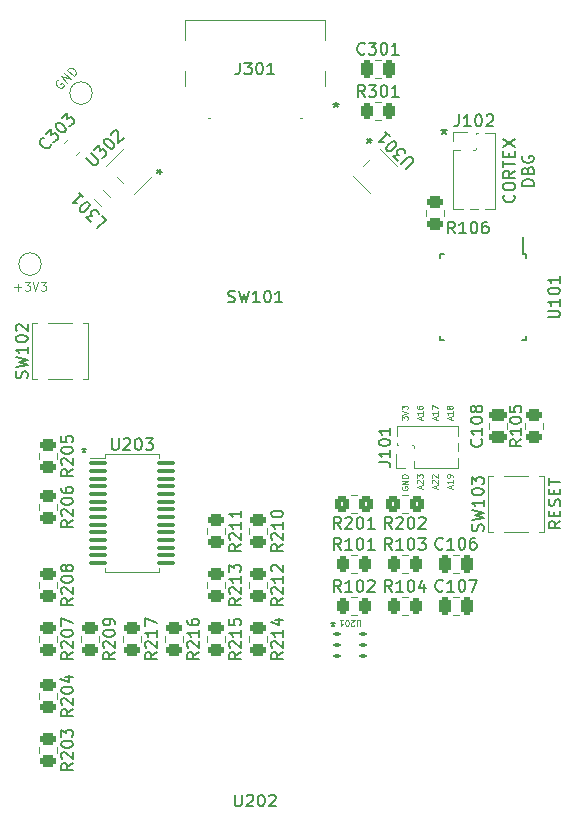
<source format=gto>
%TF.GenerationSoftware,KiCad,Pcbnew,(6.0.2)*%
%TF.CreationDate,2022-04-01T16:02:14+02:00*%
%TF.ProjectId,rotarykeyboard,726f7461-7279-46b6-9579-626f6172642e,rev?*%
%TF.SameCoordinates,Original*%
%TF.FileFunction,Legend,Top*%
%TF.FilePolarity,Positive*%
%FSLAX46Y46*%
G04 Gerber Fmt 4.6, Leading zero omitted, Abs format (unit mm)*
G04 Created by KiCad (PCBNEW (6.0.2)) date 2022-04-01 16:02:14*
%MOMM*%
%LPD*%
G01*
G04 APERTURE LIST*
G04 Aperture macros list*
%AMRoundRect*
0 Rectangle with rounded corners*
0 $1 Rounding radius*
0 $2 $3 $4 $5 $6 $7 $8 $9 X,Y pos of 4 corners*
0 Add a 4 corners polygon primitive as box body*
4,1,4,$2,$3,$4,$5,$6,$7,$8,$9,$2,$3,0*
0 Add four circle primitives for the rounded corners*
1,1,$1+$1,$2,$3*
1,1,$1+$1,$4,$5*
1,1,$1+$1,$6,$7*
1,1,$1+$1,$8,$9*
0 Add four rect primitives between the rounded corners*
20,1,$1+$1,$2,$3,$4,$5,0*
20,1,$1+$1,$4,$5,$6,$7,0*
20,1,$1+$1,$6,$7,$8,$9,0*
20,1,$1+$1,$8,$9,$2,$3,0*%
%AMRotRect*
0 Rectangle, with rotation*
0 The origin of the aperture is its center*
0 $1 length*
0 $2 width*
0 $3 Rotation angle, in degrees counterclockwise*
0 Add horizontal line*
21,1,$1,$2,0,0,$3*%
G04 Aperture macros list end*
%ADD10C,0.150000*%
%ADD11C,0.100000*%
%ADD12C,0.187500*%
%ADD13C,0.120000*%
%ADD14C,0.125000*%
%ADD15RoundRect,0.250000X-0.450000X0.262500X-0.450000X-0.262500X0.450000X-0.262500X0.450000X0.262500X0*%
%ADD16RoundRect,0.250000X-0.475000X0.250000X-0.475000X-0.250000X0.475000X-0.250000X0.475000X0.250000X0*%
%ADD17RoundRect,0.250000X-0.250000X-0.475000X0.250000X-0.475000X0.250000X0.475000X-0.250000X0.475000X0*%
%ADD18C,0.660400*%
%ADD19R,0.609600X1.143000*%
%ADD20R,0.304800X1.143000*%
%ADD21R,2.159000X2.006600*%
%ADD22C,1.500000*%
%ADD23RoundRect,0.218750X0.424264X0.114905X0.114905X0.424264X-0.424264X-0.114905X-0.114905X-0.424264X0*%
%ADD24RoundRect,0.250000X0.159099X-0.512652X0.512652X-0.159099X-0.159099X0.512652X-0.512652X0.159099X0*%
%ADD25C,2.200000*%
%ADD26C,2.000000*%
%ADD27O,2.300000X4.800000*%
%ADD28O,2.000000X2.500000*%
%ADD29RoundRect,0.250000X-0.262500X-0.450000X0.262500X-0.450000X0.262500X0.450000X-0.262500X0.450000X0*%
%ADD30R,1.000000X1.000000*%
%ADD31O,1.000000X1.000000*%
%ADD32RoundRect,0.250000X0.350000X0.450000X-0.350000X0.450000X-0.350000X-0.450000X0.350000X-0.450000X0*%
%ADD33RotRect,0.914400X0.508000X225.000000*%
%ADD34C,1.100000*%
%ADD35R,1.400000X1.600000*%
%ADD36RoundRect,0.100000X-0.200000X0.100000X-0.200000X-0.100000X0.200000X-0.100000X0.200000X0.100000X0*%
%ADD37RoundRect,0.100000X-0.637500X-0.100000X0.637500X-0.100000X0.637500X0.100000X-0.637500X0.100000X0*%
%ADD38RotRect,1.003300X0.406400X315.000000*%
%ADD39R,0.550000X1.600000*%
%ADD40R,1.600000X0.550000*%
G04 APERTURE END LIST*
D10*
X97282000Y-46696380D02*
X97282000Y-46934476D01*
X97043904Y-46839238D02*
X97282000Y-46934476D01*
X97520095Y-46839238D01*
X97139142Y-47124952D02*
X97282000Y-46934476D01*
X97424857Y-47124952D01*
D11*
X96603333Y-71330761D02*
X96603333Y-71092666D01*
X96746190Y-71378380D02*
X96246190Y-71211714D01*
X96746190Y-71045047D01*
X96746190Y-70616476D02*
X96746190Y-70902190D01*
X96746190Y-70759333D02*
X96246190Y-70759333D01*
X96317619Y-70806952D01*
X96365238Y-70854571D01*
X96389047Y-70902190D01*
X96246190Y-70449809D02*
X96246190Y-70116476D01*
X96746190Y-70330761D01*
X96603333Y-77159714D02*
X96603333Y-76921619D01*
X96746190Y-77207333D02*
X96246190Y-77040666D01*
X96746190Y-76874000D01*
X96293809Y-76731142D02*
X96270000Y-76707333D01*
X96246190Y-76659714D01*
X96246190Y-76540666D01*
X96270000Y-76493047D01*
X96293809Y-76469238D01*
X96341428Y-76445428D01*
X96389047Y-76445428D01*
X96460476Y-76469238D01*
X96746190Y-76754952D01*
X96746190Y-76445428D01*
X96293809Y-76254952D02*
X96270000Y-76231142D01*
X96246190Y-76183523D01*
X96246190Y-76064476D01*
X96270000Y-76016857D01*
X96293809Y-75993047D01*
X96341428Y-75969238D01*
X96389047Y-75969238D01*
X96460476Y-75993047D01*
X96746190Y-76278761D01*
X96746190Y-75969238D01*
X95333333Y-77159714D02*
X95333333Y-76921619D01*
X95476190Y-77207333D02*
X94976190Y-77040666D01*
X95476190Y-76874000D01*
X95023809Y-76731142D02*
X95000000Y-76707333D01*
X94976190Y-76659714D01*
X94976190Y-76540666D01*
X95000000Y-76493047D01*
X95023809Y-76469238D01*
X95071428Y-76445428D01*
X95119047Y-76445428D01*
X95190476Y-76469238D01*
X95476190Y-76754952D01*
X95476190Y-76445428D01*
X94976190Y-76278761D02*
X94976190Y-75969238D01*
X95166666Y-76135904D01*
X95166666Y-76064476D01*
X95190476Y-76016857D01*
X95214285Y-75993047D01*
X95261904Y-75969238D01*
X95380952Y-75969238D01*
X95428571Y-75993047D01*
X95452380Y-76016857D01*
X95476190Y-76064476D01*
X95476190Y-76207333D01*
X95452380Y-76254952D01*
X95428571Y-76278761D01*
D10*
X103184142Y-52315809D02*
X103231761Y-52363428D01*
X103279380Y-52506285D01*
X103279380Y-52601523D01*
X103231761Y-52744380D01*
X103136523Y-52839619D01*
X103041285Y-52887238D01*
X102850809Y-52934857D01*
X102707952Y-52934857D01*
X102517476Y-52887238D01*
X102422238Y-52839619D01*
X102327000Y-52744380D01*
X102279380Y-52601523D01*
X102279380Y-52506285D01*
X102327000Y-52363428D01*
X102374619Y-52315809D01*
X102279380Y-51696761D02*
X102279380Y-51506285D01*
X102327000Y-51411047D01*
X102422238Y-51315809D01*
X102612714Y-51268190D01*
X102946047Y-51268190D01*
X103136523Y-51315809D01*
X103231761Y-51411047D01*
X103279380Y-51506285D01*
X103279380Y-51696761D01*
X103231761Y-51792000D01*
X103136523Y-51887238D01*
X102946047Y-51934857D01*
X102612714Y-51934857D01*
X102422238Y-51887238D01*
X102327000Y-51792000D01*
X102279380Y-51696761D01*
X103279380Y-50268190D02*
X102803190Y-50601523D01*
X103279380Y-50839619D02*
X102279380Y-50839619D01*
X102279380Y-50458666D01*
X102327000Y-50363428D01*
X102374619Y-50315809D01*
X102469857Y-50268190D01*
X102612714Y-50268190D01*
X102707952Y-50315809D01*
X102755571Y-50363428D01*
X102803190Y-50458666D01*
X102803190Y-50839619D01*
X102279380Y-49982476D02*
X102279380Y-49411047D01*
X103279380Y-49696761D02*
X102279380Y-49696761D01*
X102755571Y-49077714D02*
X102755571Y-48744380D01*
X103279380Y-48601523D02*
X103279380Y-49077714D01*
X102279380Y-49077714D01*
X102279380Y-48601523D01*
X102279380Y-48268190D02*
X103279380Y-47601523D01*
X102279380Y-47601523D02*
X103279380Y-48268190D01*
X104889380Y-51553904D02*
X103889380Y-51553904D01*
X103889380Y-51315809D01*
X103937000Y-51172952D01*
X104032238Y-51077714D01*
X104127476Y-51030095D01*
X104317952Y-50982476D01*
X104460809Y-50982476D01*
X104651285Y-51030095D01*
X104746523Y-51077714D01*
X104841761Y-51172952D01*
X104889380Y-51315809D01*
X104889380Y-51553904D01*
X104365571Y-50220571D02*
X104413190Y-50077714D01*
X104460809Y-50030095D01*
X104556047Y-49982476D01*
X104698904Y-49982476D01*
X104794142Y-50030095D01*
X104841761Y-50077714D01*
X104889380Y-50172952D01*
X104889380Y-50553904D01*
X103889380Y-50553904D01*
X103889380Y-50220571D01*
X103937000Y-50125333D01*
X103984619Y-50077714D01*
X104079857Y-50030095D01*
X104175095Y-50030095D01*
X104270333Y-50077714D01*
X104317952Y-50125333D01*
X104365571Y-50220571D01*
X104365571Y-50553904D01*
X103937000Y-49030095D02*
X103889380Y-49125333D01*
X103889380Y-49268190D01*
X103937000Y-49411047D01*
X104032238Y-49506285D01*
X104127476Y-49553904D01*
X104317952Y-49601523D01*
X104460809Y-49601523D01*
X104651285Y-49553904D01*
X104746523Y-49506285D01*
X104841761Y-49411047D01*
X104889380Y-49268190D01*
X104889380Y-49172952D01*
X104841761Y-49030095D01*
X104794142Y-48982476D01*
X104460809Y-48982476D01*
X104460809Y-49172952D01*
D11*
X93706190Y-71354571D02*
X93706190Y-71045047D01*
X93896666Y-71211714D01*
X93896666Y-71140285D01*
X93920476Y-71092666D01*
X93944285Y-71068857D01*
X93991904Y-71045047D01*
X94110952Y-71045047D01*
X94158571Y-71068857D01*
X94182380Y-71092666D01*
X94206190Y-71140285D01*
X94206190Y-71283142D01*
X94182380Y-71330761D01*
X94158571Y-71354571D01*
X93706190Y-70902190D02*
X94206190Y-70735523D01*
X93706190Y-70568857D01*
X93706190Y-70449809D02*
X93706190Y-70140285D01*
X93896666Y-70306952D01*
X93896666Y-70235523D01*
X93920476Y-70187904D01*
X93944285Y-70164095D01*
X93991904Y-70140285D01*
X94110952Y-70140285D01*
X94158571Y-70164095D01*
X94182380Y-70187904D01*
X94206190Y-70235523D01*
X94206190Y-70378380D01*
X94182380Y-70426000D01*
X94158571Y-70449809D01*
D12*
X66802000Y-73757285D02*
X66802000Y-73935857D01*
X66623428Y-73864428D02*
X66802000Y-73935857D01*
X66980571Y-73864428D01*
X66694857Y-74078714D02*
X66802000Y-73935857D01*
X66909142Y-74078714D01*
X87884000Y-88489285D02*
X87884000Y-88667857D01*
X87705428Y-88596428D02*
X87884000Y-88667857D01*
X88062571Y-88596428D01*
X87776857Y-88810714D02*
X87884000Y-88667857D01*
X87991142Y-88810714D01*
D10*
X107132380Y-79938380D02*
X106656190Y-80271714D01*
X107132380Y-80509809D02*
X106132380Y-80509809D01*
X106132380Y-80128857D01*
X106180000Y-80033619D01*
X106227619Y-79986000D01*
X106322857Y-79938380D01*
X106465714Y-79938380D01*
X106560952Y-79986000D01*
X106608571Y-80033619D01*
X106656190Y-80128857D01*
X106656190Y-80509809D01*
X106608571Y-79509809D02*
X106608571Y-79176476D01*
X107132380Y-79033619D02*
X107132380Y-79509809D01*
X106132380Y-79509809D01*
X106132380Y-79033619D01*
X107084761Y-78652666D02*
X107132380Y-78509809D01*
X107132380Y-78271714D01*
X107084761Y-78176476D01*
X107037142Y-78128857D01*
X106941904Y-78081238D01*
X106846666Y-78081238D01*
X106751428Y-78128857D01*
X106703809Y-78176476D01*
X106656190Y-78271714D01*
X106608571Y-78462190D01*
X106560952Y-78557428D01*
X106513333Y-78605047D01*
X106418095Y-78652666D01*
X106322857Y-78652666D01*
X106227619Y-78605047D01*
X106180000Y-78557428D01*
X106132380Y-78462190D01*
X106132380Y-78224095D01*
X106180000Y-78081238D01*
X106608571Y-77652666D02*
X106608571Y-77319333D01*
X107132380Y-77176476D02*
X107132380Y-77652666D01*
X106132380Y-77652666D01*
X106132380Y-77176476D01*
X106132380Y-76890761D02*
X106132380Y-76319333D01*
X107132380Y-76605047D02*
X106132380Y-76605047D01*
D11*
X93730000Y-77016857D02*
X93706190Y-77064476D01*
X93706190Y-77135904D01*
X93730000Y-77207333D01*
X93777619Y-77254952D01*
X93825238Y-77278761D01*
X93920476Y-77302571D01*
X93991904Y-77302571D01*
X94087142Y-77278761D01*
X94134761Y-77254952D01*
X94182380Y-77207333D01*
X94206190Y-77135904D01*
X94206190Y-77088285D01*
X94182380Y-77016857D01*
X94158571Y-76993047D01*
X93991904Y-76993047D01*
X93991904Y-77088285D01*
X94206190Y-76778761D02*
X93706190Y-76778761D01*
X94206190Y-76493047D01*
X93706190Y-76493047D01*
X94206190Y-76254952D02*
X93706190Y-76254952D01*
X93706190Y-76135904D01*
X93730000Y-76064476D01*
X93777619Y-76016857D01*
X93825238Y-75993047D01*
X93920476Y-75969238D01*
X93991904Y-75969238D01*
X94087142Y-75993047D01*
X94134761Y-76016857D01*
X94182380Y-76064476D01*
X94206190Y-76135904D01*
X94206190Y-76254952D01*
X95333333Y-71330761D02*
X95333333Y-71092666D01*
X95476190Y-71378380D02*
X94976190Y-71211714D01*
X95476190Y-71045047D01*
X95476190Y-70616476D02*
X95476190Y-70902190D01*
X95476190Y-70759333D02*
X94976190Y-70759333D01*
X95047619Y-70806952D01*
X95095238Y-70854571D01*
X95119047Y-70902190D01*
X94976190Y-70187904D02*
X94976190Y-70283142D01*
X95000000Y-70330761D01*
X95023809Y-70354571D01*
X95095238Y-70402190D01*
X95190476Y-70426000D01*
X95380952Y-70426000D01*
X95428571Y-70402190D01*
X95452380Y-70378380D01*
X95476190Y-70330761D01*
X95476190Y-70235523D01*
X95452380Y-70187904D01*
X95428571Y-70164095D01*
X95380952Y-70140285D01*
X95261904Y-70140285D01*
X95214285Y-70164095D01*
X95190476Y-70187904D01*
X95166666Y-70235523D01*
X95166666Y-70330761D01*
X95190476Y-70378380D01*
X95214285Y-70402190D01*
X95261904Y-70426000D01*
X97873333Y-71330761D02*
X97873333Y-71092666D01*
X98016190Y-71378380D02*
X97516190Y-71211714D01*
X98016190Y-71045047D01*
X98016190Y-70616476D02*
X98016190Y-70902190D01*
X98016190Y-70759333D02*
X97516190Y-70759333D01*
X97587619Y-70806952D01*
X97635238Y-70854571D01*
X97659047Y-70902190D01*
X97730476Y-70330761D02*
X97706666Y-70378380D01*
X97682857Y-70402190D01*
X97635238Y-70426000D01*
X97611428Y-70426000D01*
X97563809Y-70402190D01*
X97540000Y-70378380D01*
X97516190Y-70330761D01*
X97516190Y-70235523D01*
X97540000Y-70187904D01*
X97563809Y-70164095D01*
X97611428Y-70140285D01*
X97635238Y-70140285D01*
X97682857Y-70164095D01*
X97706666Y-70187904D01*
X97730476Y-70235523D01*
X97730476Y-70330761D01*
X97754285Y-70378380D01*
X97778095Y-70402190D01*
X97825714Y-70426000D01*
X97920952Y-70426000D01*
X97968571Y-70402190D01*
X97992380Y-70378380D01*
X98016190Y-70330761D01*
X98016190Y-70235523D01*
X97992380Y-70187904D01*
X97968571Y-70164095D01*
X97920952Y-70140285D01*
X97825714Y-70140285D01*
X97778095Y-70164095D01*
X97754285Y-70187904D01*
X97730476Y-70235523D01*
X97873333Y-77159714D02*
X97873333Y-76921619D01*
X98016190Y-77207333D02*
X97516190Y-77040666D01*
X98016190Y-76874000D01*
X98016190Y-76445428D02*
X98016190Y-76731142D01*
X98016190Y-76588285D02*
X97516190Y-76588285D01*
X97587619Y-76635904D01*
X97635238Y-76683523D01*
X97659047Y-76731142D01*
X98016190Y-76207333D02*
X98016190Y-76112095D01*
X97992380Y-76064476D01*
X97968571Y-76040666D01*
X97897142Y-75993047D01*
X97801904Y-75969238D01*
X97611428Y-75969238D01*
X97563809Y-75993047D01*
X97540000Y-76016857D01*
X97516190Y-76064476D01*
X97516190Y-76159714D01*
X97540000Y-76207333D01*
X97563809Y-76231142D01*
X97611428Y-76254952D01*
X97730476Y-76254952D01*
X97778095Y-76231142D01*
X97801904Y-76207333D01*
X97825714Y-76159714D01*
X97825714Y-76064476D01*
X97801904Y-76016857D01*
X97778095Y-75993047D01*
X97730476Y-75969238D01*
D10*
%TO.C,R205*%
X65856380Y-75541047D02*
X65380190Y-75874380D01*
X65856380Y-76112476D02*
X64856380Y-76112476D01*
X64856380Y-75731523D01*
X64904000Y-75636285D01*
X64951619Y-75588666D01*
X65046857Y-75541047D01*
X65189714Y-75541047D01*
X65284952Y-75588666D01*
X65332571Y-75636285D01*
X65380190Y-75731523D01*
X65380190Y-76112476D01*
X64951619Y-75160095D02*
X64904000Y-75112476D01*
X64856380Y-75017238D01*
X64856380Y-74779142D01*
X64904000Y-74683904D01*
X64951619Y-74636285D01*
X65046857Y-74588666D01*
X65142095Y-74588666D01*
X65284952Y-74636285D01*
X65856380Y-75207714D01*
X65856380Y-74588666D01*
X64856380Y-73969619D02*
X64856380Y-73874380D01*
X64904000Y-73779142D01*
X64951619Y-73731523D01*
X65046857Y-73683904D01*
X65237333Y-73636285D01*
X65475428Y-73636285D01*
X65665904Y-73683904D01*
X65761142Y-73731523D01*
X65808761Y-73779142D01*
X65856380Y-73874380D01*
X65856380Y-73969619D01*
X65808761Y-74064857D01*
X65761142Y-74112476D01*
X65665904Y-74160095D01*
X65475428Y-74207714D01*
X65237333Y-74207714D01*
X65046857Y-74160095D01*
X64951619Y-74112476D01*
X64904000Y-74064857D01*
X64856380Y-73969619D01*
X64856380Y-72731523D02*
X64856380Y-73207714D01*
X65332571Y-73255333D01*
X65284952Y-73207714D01*
X65237333Y-73112476D01*
X65237333Y-72874380D01*
X65284952Y-72779142D01*
X65332571Y-72731523D01*
X65427809Y-72683904D01*
X65665904Y-72683904D01*
X65761142Y-72731523D01*
X65808761Y-72779142D01*
X65856380Y-72874380D01*
X65856380Y-73112476D01*
X65808761Y-73207714D01*
X65761142Y-73255333D01*
%TO.C,C108*%
X100433142Y-73001047D02*
X100480761Y-73048666D01*
X100528380Y-73191523D01*
X100528380Y-73286761D01*
X100480761Y-73429619D01*
X100385523Y-73524857D01*
X100290285Y-73572476D01*
X100099809Y-73620095D01*
X99956952Y-73620095D01*
X99766476Y-73572476D01*
X99671238Y-73524857D01*
X99576000Y-73429619D01*
X99528380Y-73286761D01*
X99528380Y-73191523D01*
X99576000Y-73048666D01*
X99623619Y-73001047D01*
X100528380Y-72048666D02*
X100528380Y-72620095D01*
X100528380Y-72334380D02*
X99528380Y-72334380D01*
X99671238Y-72429619D01*
X99766476Y-72524857D01*
X99814095Y-72620095D01*
X99528380Y-71429619D02*
X99528380Y-71334380D01*
X99576000Y-71239142D01*
X99623619Y-71191523D01*
X99718857Y-71143904D01*
X99909333Y-71096285D01*
X100147428Y-71096285D01*
X100337904Y-71143904D01*
X100433142Y-71191523D01*
X100480761Y-71239142D01*
X100528380Y-71334380D01*
X100528380Y-71429619D01*
X100480761Y-71524857D01*
X100433142Y-71572476D01*
X100337904Y-71620095D01*
X100147428Y-71667714D01*
X99909333Y-71667714D01*
X99718857Y-71620095D01*
X99623619Y-71572476D01*
X99576000Y-71524857D01*
X99528380Y-71429619D01*
X99956952Y-70524857D02*
X99909333Y-70620095D01*
X99861714Y-70667714D01*
X99766476Y-70715333D01*
X99718857Y-70715333D01*
X99623619Y-70667714D01*
X99576000Y-70620095D01*
X99528380Y-70524857D01*
X99528380Y-70334380D01*
X99576000Y-70239142D01*
X99623619Y-70191523D01*
X99718857Y-70143904D01*
X99766476Y-70143904D01*
X99861714Y-70191523D01*
X99909333Y-70239142D01*
X99956952Y-70334380D01*
X99956952Y-70524857D01*
X100004571Y-70620095D01*
X100052190Y-70667714D01*
X100147428Y-70715333D01*
X100337904Y-70715333D01*
X100433142Y-70667714D01*
X100480761Y-70620095D01*
X100528380Y-70524857D01*
X100528380Y-70334380D01*
X100480761Y-70239142D01*
X100433142Y-70191523D01*
X100337904Y-70143904D01*
X100147428Y-70143904D01*
X100052190Y-70191523D01*
X100004571Y-70239142D01*
X99956952Y-70334380D01*
%TO.C,R214*%
X83644771Y-91035047D02*
X83168581Y-91368380D01*
X83644771Y-91606476D02*
X82644771Y-91606476D01*
X82644771Y-91225523D01*
X82692391Y-91130285D01*
X82740010Y-91082666D01*
X82835248Y-91035047D01*
X82978105Y-91035047D01*
X83073343Y-91082666D01*
X83120962Y-91130285D01*
X83168581Y-91225523D01*
X83168581Y-91606476D01*
X82740010Y-90654095D02*
X82692391Y-90606476D01*
X82644771Y-90511238D01*
X82644771Y-90273142D01*
X82692391Y-90177904D01*
X82740010Y-90130285D01*
X82835248Y-90082666D01*
X82930486Y-90082666D01*
X83073343Y-90130285D01*
X83644771Y-90701714D01*
X83644771Y-90082666D01*
X83644771Y-89130285D02*
X83644771Y-89701714D01*
X83644771Y-89416000D02*
X82644771Y-89416000D01*
X82787629Y-89511238D01*
X82882867Y-89606476D01*
X82930486Y-89701714D01*
X82978105Y-88273142D02*
X83644771Y-88273142D01*
X82597152Y-88511238D02*
X83311438Y-88749333D01*
X83311438Y-88130285D01*
%TO.C,C107*%
X97178952Y-85799142D02*
X97131333Y-85846761D01*
X96988476Y-85894380D01*
X96893238Y-85894380D01*
X96750380Y-85846761D01*
X96655142Y-85751523D01*
X96607523Y-85656285D01*
X96559904Y-85465809D01*
X96559904Y-85322952D01*
X96607523Y-85132476D01*
X96655142Y-85037238D01*
X96750380Y-84942000D01*
X96893238Y-84894380D01*
X96988476Y-84894380D01*
X97131333Y-84942000D01*
X97178952Y-84989619D01*
X98131333Y-85894380D02*
X97559904Y-85894380D01*
X97845619Y-85894380D02*
X97845619Y-84894380D01*
X97750380Y-85037238D01*
X97655142Y-85132476D01*
X97559904Y-85180095D01*
X98750380Y-84894380D02*
X98845619Y-84894380D01*
X98940857Y-84942000D01*
X98988476Y-84989619D01*
X99036095Y-85084857D01*
X99083714Y-85275333D01*
X99083714Y-85513428D01*
X99036095Y-85703904D01*
X98988476Y-85799142D01*
X98940857Y-85846761D01*
X98845619Y-85894380D01*
X98750380Y-85894380D01*
X98655142Y-85846761D01*
X98607523Y-85799142D01*
X98559904Y-85703904D01*
X98512285Y-85513428D01*
X98512285Y-85275333D01*
X98559904Y-85084857D01*
X98607523Y-84989619D01*
X98655142Y-84942000D01*
X98750380Y-84894380D01*
X99417047Y-84894380D02*
X100083714Y-84894380D01*
X99655142Y-85894380D01*
%TO.C,J301*%
X79994285Y-41108380D02*
X79994285Y-41822666D01*
X79946666Y-41965523D01*
X79851428Y-42060761D01*
X79708571Y-42108380D01*
X79613333Y-42108380D01*
X80375238Y-41108380D02*
X80994285Y-41108380D01*
X80660952Y-41489333D01*
X80803809Y-41489333D01*
X80899047Y-41536952D01*
X80946666Y-41584571D01*
X80994285Y-41679809D01*
X80994285Y-41917904D01*
X80946666Y-42013142D01*
X80899047Y-42060761D01*
X80803809Y-42108380D01*
X80518095Y-42108380D01*
X80422857Y-42060761D01*
X80375238Y-42013142D01*
X81613333Y-41108380D02*
X81708571Y-41108380D01*
X81803809Y-41156000D01*
X81851428Y-41203619D01*
X81899047Y-41298857D01*
X81946666Y-41489333D01*
X81946666Y-41727428D01*
X81899047Y-41917904D01*
X81851428Y-42013142D01*
X81803809Y-42060761D01*
X81708571Y-42108380D01*
X81613333Y-42108380D01*
X81518095Y-42060761D01*
X81470476Y-42013142D01*
X81422857Y-41917904D01*
X81375238Y-41727428D01*
X81375238Y-41489333D01*
X81422857Y-41298857D01*
X81470476Y-41203619D01*
X81518095Y-41156000D01*
X81613333Y-41108380D01*
X82899047Y-42108380D02*
X82327619Y-42108380D01*
X82613333Y-42108380D02*
X82613333Y-41108380D01*
X82518095Y-41251238D01*
X82422857Y-41346476D01*
X82327619Y-41394095D01*
X88138000Y-44471180D02*
X88138000Y-44709276D01*
X87899904Y-44614038D02*
X88138000Y-44709276D01*
X88376095Y-44614038D01*
X87995142Y-44899752D02*
X88138000Y-44709276D01*
X88280857Y-44899752D01*
D13*
%TO.C,GND*%
X64608773Y-42556895D02*
X64533012Y-42582149D01*
X64457251Y-42657911D01*
X64406743Y-42758926D01*
X64406743Y-42859941D01*
X64431997Y-42935703D01*
X64507758Y-43061972D01*
X64583520Y-43137733D01*
X64709789Y-43213495D01*
X64785550Y-43238748D01*
X64886565Y-43238748D01*
X64987581Y-43188241D01*
X65038088Y-43137733D01*
X65088596Y-43036718D01*
X65088596Y-42986210D01*
X64911819Y-42809434D01*
X64810804Y-42910449D01*
X65366388Y-42809434D02*
X64836058Y-42279104D01*
X65669434Y-42506388D01*
X65139104Y-41976058D01*
X65921972Y-42253850D02*
X65391642Y-41723520D01*
X65517911Y-41597251D01*
X65618926Y-41546743D01*
X65719941Y-41546743D01*
X65795703Y-41571997D01*
X65921972Y-41647758D01*
X65997733Y-41723520D01*
X66073495Y-41849789D01*
X66098748Y-41925550D01*
X66098748Y-42026565D01*
X66048241Y-42127581D01*
X65921972Y-42253850D01*
D10*
%TO.C,L301*%
X68294166Y-54065404D02*
X68630884Y-54402122D01*
X67923777Y-55109228D01*
X67418701Y-54604152D02*
X66980968Y-54166419D01*
X67486044Y-54132748D01*
X67385029Y-54031732D01*
X67351357Y-53930717D01*
X67351357Y-53863374D01*
X67385029Y-53762358D01*
X67553388Y-53594000D01*
X67654403Y-53560328D01*
X67721747Y-53560328D01*
X67822762Y-53594000D01*
X68024792Y-53796030D01*
X68058464Y-53897045D01*
X68058464Y-53964389D01*
X66543235Y-53728687D02*
X66475892Y-53661343D01*
X66442220Y-53560328D01*
X66442220Y-53492984D01*
X66475892Y-53391969D01*
X66576907Y-53223610D01*
X66745266Y-53055251D01*
X66913624Y-52954236D01*
X67014640Y-52920564D01*
X67081983Y-52920564D01*
X67182999Y-52954236D01*
X67250342Y-53021580D01*
X67284014Y-53122595D01*
X67284014Y-53189938D01*
X67250342Y-53290954D01*
X67149327Y-53459312D01*
X66980968Y-53627671D01*
X66812609Y-53728687D01*
X66711594Y-53762358D01*
X66644250Y-53762358D01*
X66543235Y-53728687D01*
X66341205Y-52112442D02*
X66745266Y-52516503D01*
X66543235Y-52314473D02*
X65836128Y-53021580D01*
X66004487Y-52987908D01*
X66139174Y-52987908D01*
X66240189Y-53021580D01*
%TO.C,C303*%
X63977251Y-48033824D02*
X63977251Y-48101167D01*
X63909908Y-48235854D01*
X63842564Y-48303198D01*
X63707877Y-48370541D01*
X63573190Y-48370541D01*
X63472175Y-48336870D01*
X63303816Y-48235854D01*
X63202801Y-48134839D01*
X63101786Y-47966480D01*
X63068114Y-47865465D01*
X63068114Y-47730778D01*
X63135458Y-47596091D01*
X63202801Y-47528748D01*
X63337488Y-47461404D01*
X63404832Y-47461404D01*
X63573190Y-47158358D02*
X64010923Y-46720625D01*
X64044595Y-47225702D01*
X64145610Y-47124687D01*
X64246625Y-47091015D01*
X64313969Y-47091015D01*
X64414984Y-47124687D01*
X64583343Y-47293045D01*
X64617015Y-47394061D01*
X64617015Y-47461404D01*
X64583343Y-47562419D01*
X64381312Y-47764450D01*
X64280297Y-47798122D01*
X64212954Y-47798122D01*
X64448656Y-46282893D02*
X64516000Y-46215549D01*
X64617015Y-46181877D01*
X64684358Y-46181877D01*
X64785374Y-46215549D01*
X64953732Y-46316564D01*
X65122091Y-46484923D01*
X65223106Y-46653282D01*
X65256778Y-46754297D01*
X65256778Y-46821641D01*
X65223106Y-46922656D01*
X65155763Y-46990000D01*
X65054748Y-47023671D01*
X64987404Y-47023671D01*
X64886389Y-46990000D01*
X64718030Y-46888984D01*
X64549671Y-46720625D01*
X64448656Y-46552267D01*
X64414984Y-46451251D01*
X64414984Y-46383908D01*
X64448656Y-46282893D01*
X64920061Y-45811488D02*
X65357793Y-45373755D01*
X65391465Y-45878832D01*
X65492480Y-45777816D01*
X65593496Y-45744145D01*
X65660839Y-45744145D01*
X65761854Y-45777816D01*
X65930213Y-45946175D01*
X65963885Y-46047190D01*
X65963885Y-46114534D01*
X65930213Y-46215549D01*
X65728183Y-46417580D01*
X65627167Y-46451251D01*
X65559824Y-46451251D01*
%TO.C,R209*%
X69412380Y-91035047D02*
X68936190Y-91368380D01*
X69412380Y-91606476D02*
X68412380Y-91606476D01*
X68412380Y-91225523D01*
X68460000Y-91130285D01*
X68507619Y-91082666D01*
X68602857Y-91035047D01*
X68745714Y-91035047D01*
X68840952Y-91082666D01*
X68888571Y-91130285D01*
X68936190Y-91225523D01*
X68936190Y-91606476D01*
X68507619Y-90654095D02*
X68460000Y-90606476D01*
X68412380Y-90511238D01*
X68412380Y-90273142D01*
X68460000Y-90177904D01*
X68507619Y-90130285D01*
X68602857Y-90082666D01*
X68698095Y-90082666D01*
X68840952Y-90130285D01*
X69412380Y-90701714D01*
X69412380Y-90082666D01*
X68412380Y-89463619D02*
X68412380Y-89368380D01*
X68460000Y-89273142D01*
X68507619Y-89225523D01*
X68602857Y-89177904D01*
X68793333Y-89130285D01*
X69031428Y-89130285D01*
X69221904Y-89177904D01*
X69317142Y-89225523D01*
X69364761Y-89273142D01*
X69412380Y-89368380D01*
X69412380Y-89463619D01*
X69364761Y-89558857D01*
X69317142Y-89606476D01*
X69221904Y-89654095D01*
X69031428Y-89701714D01*
X68793333Y-89701714D01*
X68602857Y-89654095D01*
X68507619Y-89606476D01*
X68460000Y-89558857D01*
X68412380Y-89463619D01*
X69412380Y-88654095D02*
X69412380Y-88463619D01*
X69364761Y-88368380D01*
X69317142Y-88320761D01*
X69174285Y-88225523D01*
X68983809Y-88177904D01*
X68602857Y-88177904D01*
X68507619Y-88225523D01*
X68460000Y-88273142D01*
X68412380Y-88368380D01*
X68412380Y-88558857D01*
X68460000Y-88654095D01*
X68507619Y-88701714D01*
X68602857Y-88749333D01*
X68840952Y-88749333D01*
X68936190Y-88701714D01*
X68983809Y-88654095D01*
X69031428Y-88558857D01*
X69031428Y-88368380D01*
X68983809Y-88273142D01*
X68936190Y-88225523D01*
X68840952Y-88177904D01*
%TO.C,R105*%
X103830380Y-73001047D02*
X103354190Y-73334380D01*
X103830380Y-73572476D02*
X102830380Y-73572476D01*
X102830380Y-73191523D01*
X102878000Y-73096285D01*
X102925619Y-73048666D01*
X103020857Y-73001047D01*
X103163714Y-73001047D01*
X103258952Y-73048666D01*
X103306571Y-73096285D01*
X103354190Y-73191523D01*
X103354190Y-73572476D01*
X103830380Y-72048666D02*
X103830380Y-72620095D01*
X103830380Y-72334380D02*
X102830380Y-72334380D01*
X102973238Y-72429619D01*
X103068476Y-72524857D01*
X103116095Y-72620095D01*
X102830380Y-71429619D02*
X102830380Y-71334380D01*
X102878000Y-71239142D01*
X102925619Y-71191523D01*
X103020857Y-71143904D01*
X103211333Y-71096285D01*
X103449428Y-71096285D01*
X103639904Y-71143904D01*
X103735142Y-71191523D01*
X103782761Y-71239142D01*
X103830380Y-71334380D01*
X103830380Y-71429619D01*
X103782761Y-71524857D01*
X103735142Y-71572476D01*
X103639904Y-71620095D01*
X103449428Y-71667714D01*
X103211333Y-71667714D01*
X103020857Y-71620095D01*
X102925619Y-71572476D01*
X102878000Y-71524857D01*
X102830380Y-71429619D01*
X102830380Y-70191523D02*
X102830380Y-70667714D01*
X103306571Y-70715333D01*
X103258952Y-70667714D01*
X103211333Y-70572476D01*
X103211333Y-70334380D01*
X103258952Y-70239142D01*
X103306571Y-70191523D01*
X103401809Y-70143904D01*
X103639904Y-70143904D01*
X103735142Y-70191523D01*
X103782761Y-70239142D01*
X103830380Y-70334380D01*
X103830380Y-70572476D01*
X103782761Y-70667714D01*
X103735142Y-70715333D01*
%TO.C,R208*%
X65856380Y-86463047D02*
X65380190Y-86796380D01*
X65856380Y-87034476D02*
X64856380Y-87034476D01*
X64856380Y-86653523D01*
X64904000Y-86558285D01*
X64951619Y-86510666D01*
X65046857Y-86463047D01*
X65189714Y-86463047D01*
X65284952Y-86510666D01*
X65332571Y-86558285D01*
X65380190Y-86653523D01*
X65380190Y-87034476D01*
X64951619Y-86082095D02*
X64904000Y-86034476D01*
X64856380Y-85939238D01*
X64856380Y-85701142D01*
X64904000Y-85605904D01*
X64951619Y-85558285D01*
X65046857Y-85510666D01*
X65142095Y-85510666D01*
X65284952Y-85558285D01*
X65856380Y-86129714D01*
X65856380Y-85510666D01*
X64856380Y-84891619D02*
X64856380Y-84796380D01*
X64904000Y-84701142D01*
X64951619Y-84653523D01*
X65046857Y-84605904D01*
X65237333Y-84558285D01*
X65475428Y-84558285D01*
X65665904Y-84605904D01*
X65761142Y-84653523D01*
X65808761Y-84701142D01*
X65856380Y-84796380D01*
X65856380Y-84891619D01*
X65808761Y-84986857D01*
X65761142Y-85034476D01*
X65665904Y-85082095D01*
X65475428Y-85129714D01*
X65237333Y-85129714D01*
X65046857Y-85082095D01*
X64951619Y-85034476D01*
X64904000Y-84986857D01*
X64856380Y-84891619D01*
X65284952Y-83986857D02*
X65237333Y-84082095D01*
X65189714Y-84129714D01*
X65094476Y-84177333D01*
X65046857Y-84177333D01*
X64951619Y-84129714D01*
X64904000Y-84082095D01*
X64856380Y-83986857D01*
X64856380Y-83796380D01*
X64904000Y-83701142D01*
X64951619Y-83653523D01*
X65046857Y-83605904D01*
X65094476Y-83605904D01*
X65189714Y-83653523D01*
X65237333Y-83701142D01*
X65284952Y-83796380D01*
X65284952Y-83986857D01*
X65332571Y-84082095D01*
X65380190Y-84129714D01*
X65475428Y-84177333D01*
X65665904Y-84177333D01*
X65761142Y-84129714D01*
X65808761Y-84082095D01*
X65856380Y-83986857D01*
X65856380Y-83796380D01*
X65808761Y-83701142D01*
X65761142Y-83653523D01*
X65665904Y-83605904D01*
X65475428Y-83605904D01*
X65380190Y-83653523D01*
X65332571Y-83701142D01*
X65284952Y-83796380D01*
%TO.C,SW101*%
X78994285Y-61364761D02*
X79137142Y-61412380D01*
X79375238Y-61412380D01*
X79470476Y-61364761D01*
X79518095Y-61317142D01*
X79565714Y-61221904D01*
X79565714Y-61126666D01*
X79518095Y-61031428D01*
X79470476Y-60983809D01*
X79375238Y-60936190D01*
X79184761Y-60888571D01*
X79089523Y-60840952D01*
X79041904Y-60793333D01*
X78994285Y-60698095D01*
X78994285Y-60602857D01*
X79041904Y-60507619D01*
X79089523Y-60460000D01*
X79184761Y-60412380D01*
X79422857Y-60412380D01*
X79565714Y-60460000D01*
X79899047Y-60412380D02*
X80137142Y-61412380D01*
X80327619Y-60698095D01*
X80518095Y-61412380D01*
X80756190Y-60412380D01*
X81660952Y-61412380D02*
X81089523Y-61412380D01*
X81375238Y-61412380D02*
X81375238Y-60412380D01*
X81280000Y-60555238D01*
X81184761Y-60650476D01*
X81089523Y-60698095D01*
X82280000Y-60412380D02*
X82375238Y-60412380D01*
X82470476Y-60460000D01*
X82518095Y-60507619D01*
X82565714Y-60602857D01*
X82613333Y-60793333D01*
X82613333Y-61031428D01*
X82565714Y-61221904D01*
X82518095Y-61317142D01*
X82470476Y-61364761D01*
X82375238Y-61412380D01*
X82280000Y-61412380D01*
X82184761Y-61364761D01*
X82137142Y-61317142D01*
X82089523Y-61221904D01*
X82041904Y-61031428D01*
X82041904Y-60793333D01*
X82089523Y-60602857D01*
X82137142Y-60507619D01*
X82184761Y-60460000D01*
X82280000Y-60412380D01*
X83565714Y-61412380D02*
X82994285Y-61412380D01*
X83280000Y-61412380D02*
X83280000Y-60412380D01*
X83184761Y-60555238D01*
X83089523Y-60650476D01*
X82994285Y-60698095D01*
%TO.C,R101*%
X88542952Y-82368380D02*
X88209619Y-81892190D01*
X87971523Y-82368380D02*
X87971523Y-81368380D01*
X88352476Y-81368380D01*
X88447714Y-81416000D01*
X88495333Y-81463619D01*
X88542952Y-81558857D01*
X88542952Y-81701714D01*
X88495333Y-81796952D01*
X88447714Y-81844571D01*
X88352476Y-81892190D01*
X87971523Y-81892190D01*
X89495333Y-82368380D02*
X88923904Y-82368380D01*
X89209619Y-82368380D02*
X89209619Y-81368380D01*
X89114380Y-81511238D01*
X89019142Y-81606476D01*
X88923904Y-81654095D01*
X90114380Y-81368380D02*
X90209619Y-81368380D01*
X90304857Y-81416000D01*
X90352476Y-81463619D01*
X90400095Y-81558857D01*
X90447714Y-81749333D01*
X90447714Y-81987428D01*
X90400095Y-82177904D01*
X90352476Y-82273142D01*
X90304857Y-82320761D01*
X90209619Y-82368380D01*
X90114380Y-82368380D01*
X90019142Y-82320761D01*
X89971523Y-82273142D01*
X89923904Y-82177904D01*
X89876285Y-81987428D01*
X89876285Y-81749333D01*
X89923904Y-81558857D01*
X89971523Y-81463619D01*
X90019142Y-81416000D01*
X90114380Y-81368380D01*
X91400095Y-82368380D02*
X90828666Y-82368380D01*
X91114380Y-82368380D02*
X91114380Y-81368380D01*
X91019142Y-81511238D01*
X90923904Y-81606476D01*
X90828666Y-81654095D01*
%TO.C,R217*%
X72968380Y-91035047D02*
X72492190Y-91368380D01*
X72968380Y-91606476D02*
X71968380Y-91606476D01*
X71968380Y-91225523D01*
X72016000Y-91130285D01*
X72063619Y-91082666D01*
X72158857Y-91035047D01*
X72301714Y-91035047D01*
X72396952Y-91082666D01*
X72444571Y-91130285D01*
X72492190Y-91225523D01*
X72492190Y-91606476D01*
X72063619Y-90654095D02*
X72016000Y-90606476D01*
X71968380Y-90511238D01*
X71968380Y-90273142D01*
X72016000Y-90177904D01*
X72063619Y-90130285D01*
X72158857Y-90082666D01*
X72254095Y-90082666D01*
X72396952Y-90130285D01*
X72968380Y-90701714D01*
X72968380Y-90082666D01*
X72968380Y-89130285D02*
X72968380Y-89701714D01*
X72968380Y-89416000D02*
X71968380Y-89416000D01*
X72111238Y-89511238D01*
X72206476Y-89606476D01*
X72254095Y-89701714D01*
X71968380Y-88796952D02*
X71968380Y-88130285D01*
X72968380Y-88558857D01*
%TO.C,R207*%
X65856380Y-91035047D02*
X65380190Y-91368380D01*
X65856380Y-91606476D02*
X64856380Y-91606476D01*
X64856380Y-91225523D01*
X64904000Y-91130285D01*
X64951619Y-91082666D01*
X65046857Y-91035047D01*
X65189714Y-91035047D01*
X65284952Y-91082666D01*
X65332571Y-91130285D01*
X65380190Y-91225523D01*
X65380190Y-91606476D01*
X64951619Y-90654095D02*
X64904000Y-90606476D01*
X64856380Y-90511238D01*
X64856380Y-90273142D01*
X64904000Y-90177904D01*
X64951619Y-90130285D01*
X65046857Y-90082666D01*
X65142095Y-90082666D01*
X65284952Y-90130285D01*
X65856380Y-90701714D01*
X65856380Y-90082666D01*
X64856380Y-89463619D02*
X64856380Y-89368380D01*
X64904000Y-89273142D01*
X64951619Y-89225523D01*
X65046857Y-89177904D01*
X65237333Y-89130285D01*
X65475428Y-89130285D01*
X65665904Y-89177904D01*
X65761142Y-89225523D01*
X65808761Y-89273142D01*
X65856380Y-89368380D01*
X65856380Y-89463619D01*
X65808761Y-89558857D01*
X65761142Y-89606476D01*
X65665904Y-89654095D01*
X65475428Y-89701714D01*
X65237333Y-89701714D01*
X65046857Y-89654095D01*
X64951619Y-89606476D01*
X64904000Y-89558857D01*
X64856380Y-89463619D01*
X64856380Y-88796952D02*
X64856380Y-88130285D01*
X65856380Y-88558857D01*
%TO.C,J102*%
X98546285Y-45499380D02*
X98546285Y-46213666D01*
X98498666Y-46356523D01*
X98403428Y-46451761D01*
X98260571Y-46499380D01*
X98165333Y-46499380D01*
X99546285Y-46499380D02*
X98974857Y-46499380D01*
X99260571Y-46499380D02*
X99260571Y-45499380D01*
X99165333Y-45642238D01*
X99070095Y-45737476D01*
X98974857Y-45785095D01*
X100165333Y-45499380D02*
X100260571Y-45499380D01*
X100355809Y-45547000D01*
X100403428Y-45594619D01*
X100451047Y-45689857D01*
X100498666Y-45880333D01*
X100498666Y-46118428D01*
X100451047Y-46308904D01*
X100403428Y-46404142D01*
X100355809Y-46451761D01*
X100260571Y-46499380D01*
X100165333Y-46499380D01*
X100070095Y-46451761D01*
X100022476Y-46404142D01*
X99974857Y-46308904D01*
X99927238Y-46118428D01*
X99927238Y-45880333D01*
X99974857Y-45689857D01*
X100022476Y-45594619D01*
X100070095Y-45547000D01*
X100165333Y-45499380D01*
X100879619Y-45594619D02*
X100927238Y-45547000D01*
X101022476Y-45499380D01*
X101260571Y-45499380D01*
X101355809Y-45547000D01*
X101403428Y-45594619D01*
X101451047Y-45689857D01*
X101451047Y-45785095D01*
X101403428Y-45927952D01*
X100832000Y-46499380D01*
X101451047Y-46499380D01*
%TO.C,R202*%
X92860952Y-80588380D02*
X92527619Y-80112190D01*
X92289523Y-80588380D02*
X92289523Y-79588380D01*
X92670476Y-79588380D01*
X92765714Y-79636000D01*
X92813333Y-79683619D01*
X92860952Y-79778857D01*
X92860952Y-79921714D01*
X92813333Y-80016952D01*
X92765714Y-80064571D01*
X92670476Y-80112190D01*
X92289523Y-80112190D01*
X93241904Y-79683619D02*
X93289523Y-79636000D01*
X93384761Y-79588380D01*
X93622857Y-79588380D01*
X93718095Y-79636000D01*
X93765714Y-79683619D01*
X93813333Y-79778857D01*
X93813333Y-79874095D01*
X93765714Y-80016952D01*
X93194285Y-80588380D01*
X93813333Y-80588380D01*
X94432380Y-79588380D02*
X94527619Y-79588380D01*
X94622857Y-79636000D01*
X94670476Y-79683619D01*
X94718095Y-79778857D01*
X94765714Y-79969333D01*
X94765714Y-80207428D01*
X94718095Y-80397904D01*
X94670476Y-80493142D01*
X94622857Y-80540761D01*
X94527619Y-80588380D01*
X94432380Y-80588380D01*
X94337142Y-80540761D01*
X94289523Y-80493142D01*
X94241904Y-80397904D01*
X94194285Y-80207428D01*
X94194285Y-79969333D01*
X94241904Y-79778857D01*
X94289523Y-79683619D01*
X94337142Y-79636000D01*
X94432380Y-79588380D01*
X95146666Y-79683619D02*
X95194285Y-79636000D01*
X95289523Y-79588380D01*
X95527619Y-79588380D01*
X95622857Y-79636000D01*
X95670476Y-79683619D01*
X95718095Y-79778857D01*
X95718095Y-79874095D01*
X95670476Y-80016952D01*
X95099047Y-80588380D01*
X95718095Y-80588380D01*
%TO.C,R212*%
X83644771Y-86463047D02*
X83168581Y-86796380D01*
X83644771Y-87034476D02*
X82644771Y-87034476D01*
X82644771Y-86653523D01*
X82692391Y-86558285D01*
X82740010Y-86510666D01*
X82835248Y-86463047D01*
X82978105Y-86463047D01*
X83073343Y-86510666D01*
X83120962Y-86558285D01*
X83168581Y-86653523D01*
X83168581Y-87034476D01*
X82740010Y-86082095D02*
X82692391Y-86034476D01*
X82644771Y-85939238D01*
X82644771Y-85701142D01*
X82692391Y-85605904D01*
X82740010Y-85558285D01*
X82835248Y-85510666D01*
X82930486Y-85510666D01*
X83073343Y-85558285D01*
X83644771Y-86129714D01*
X83644771Y-85510666D01*
X83644771Y-84558285D02*
X83644771Y-85129714D01*
X83644771Y-84844000D02*
X82644771Y-84844000D01*
X82787629Y-84939238D01*
X82882867Y-85034476D01*
X82930486Y-85129714D01*
X82740010Y-84177333D02*
X82692391Y-84129714D01*
X82644771Y-84034476D01*
X82644771Y-83796380D01*
X82692391Y-83701142D01*
X82740010Y-83653523D01*
X82835248Y-83605904D01*
X82930486Y-83605904D01*
X83073343Y-83653523D01*
X83644771Y-84224952D01*
X83644771Y-83605904D01*
%TO.C,R213*%
X80088771Y-86463047D02*
X79612581Y-86796380D01*
X80088771Y-87034476D02*
X79088771Y-87034476D01*
X79088771Y-86653523D01*
X79136391Y-86558285D01*
X79184010Y-86510666D01*
X79279248Y-86463047D01*
X79422105Y-86463047D01*
X79517343Y-86510666D01*
X79564962Y-86558285D01*
X79612581Y-86653523D01*
X79612581Y-87034476D01*
X79184010Y-86082095D02*
X79136391Y-86034476D01*
X79088771Y-85939238D01*
X79088771Y-85701142D01*
X79136391Y-85605904D01*
X79184010Y-85558285D01*
X79279248Y-85510666D01*
X79374486Y-85510666D01*
X79517343Y-85558285D01*
X80088771Y-86129714D01*
X80088771Y-85510666D01*
X80088771Y-84558285D02*
X80088771Y-85129714D01*
X80088771Y-84844000D02*
X79088771Y-84844000D01*
X79231629Y-84939238D01*
X79326867Y-85034476D01*
X79374486Y-85129714D01*
X79088771Y-84224952D02*
X79088771Y-83605904D01*
X79469724Y-83939238D01*
X79469724Y-83796380D01*
X79517343Y-83701142D01*
X79564962Y-83653523D01*
X79660200Y-83605904D01*
X79898295Y-83605904D01*
X79993533Y-83653523D01*
X80041152Y-83701142D01*
X80088771Y-83796380D01*
X80088771Y-84082095D01*
X80041152Y-84177333D01*
X79993533Y-84224952D01*
%TO.C,R201*%
X88542952Y-80588380D02*
X88209619Y-80112190D01*
X87971523Y-80588380D02*
X87971523Y-79588380D01*
X88352476Y-79588380D01*
X88447714Y-79636000D01*
X88495333Y-79683619D01*
X88542952Y-79778857D01*
X88542952Y-79921714D01*
X88495333Y-80016952D01*
X88447714Y-80064571D01*
X88352476Y-80112190D01*
X87971523Y-80112190D01*
X88923904Y-79683619D02*
X88971523Y-79636000D01*
X89066761Y-79588380D01*
X89304857Y-79588380D01*
X89400095Y-79636000D01*
X89447714Y-79683619D01*
X89495333Y-79778857D01*
X89495333Y-79874095D01*
X89447714Y-80016952D01*
X88876285Y-80588380D01*
X89495333Y-80588380D01*
X90114380Y-79588380D02*
X90209619Y-79588380D01*
X90304857Y-79636000D01*
X90352476Y-79683619D01*
X90400095Y-79778857D01*
X90447714Y-79969333D01*
X90447714Y-80207428D01*
X90400095Y-80397904D01*
X90352476Y-80493142D01*
X90304857Y-80540761D01*
X90209619Y-80588380D01*
X90114380Y-80588380D01*
X90019142Y-80540761D01*
X89971523Y-80493142D01*
X89923904Y-80397904D01*
X89876285Y-80207428D01*
X89876285Y-79969333D01*
X89923904Y-79778857D01*
X89971523Y-79683619D01*
X90019142Y-79636000D01*
X90114380Y-79588380D01*
X91400095Y-80588380D02*
X90828666Y-80588380D01*
X91114380Y-80588380D02*
X91114380Y-79588380D01*
X91019142Y-79731238D01*
X90923904Y-79826476D01*
X90828666Y-79874095D01*
%TO.C,R301*%
X90574952Y-44014380D02*
X90241619Y-43538190D01*
X90003523Y-44014380D02*
X90003523Y-43014380D01*
X90384476Y-43014380D01*
X90479714Y-43062000D01*
X90527333Y-43109619D01*
X90574952Y-43204857D01*
X90574952Y-43347714D01*
X90527333Y-43442952D01*
X90479714Y-43490571D01*
X90384476Y-43538190D01*
X90003523Y-43538190D01*
X90908285Y-43014380D02*
X91527333Y-43014380D01*
X91194000Y-43395333D01*
X91336857Y-43395333D01*
X91432095Y-43442952D01*
X91479714Y-43490571D01*
X91527333Y-43585809D01*
X91527333Y-43823904D01*
X91479714Y-43919142D01*
X91432095Y-43966761D01*
X91336857Y-44014380D01*
X91051142Y-44014380D01*
X90955904Y-43966761D01*
X90908285Y-43919142D01*
X92146380Y-43014380D02*
X92241619Y-43014380D01*
X92336857Y-43062000D01*
X92384476Y-43109619D01*
X92432095Y-43204857D01*
X92479714Y-43395333D01*
X92479714Y-43633428D01*
X92432095Y-43823904D01*
X92384476Y-43919142D01*
X92336857Y-43966761D01*
X92241619Y-44014380D01*
X92146380Y-44014380D01*
X92051142Y-43966761D01*
X92003523Y-43919142D01*
X91955904Y-43823904D01*
X91908285Y-43633428D01*
X91908285Y-43395333D01*
X91955904Y-43204857D01*
X92003523Y-43109619D01*
X92051142Y-43062000D01*
X92146380Y-43014380D01*
X93432095Y-44014380D02*
X92860666Y-44014380D01*
X93146380Y-44014380D02*
X93146380Y-43014380D01*
X93051142Y-43157238D01*
X92955904Y-43252476D01*
X92860666Y-43300095D01*
%TO.C,R103*%
X92860952Y-82368380D02*
X92527619Y-81892190D01*
X92289523Y-82368380D02*
X92289523Y-81368380D01*
X92670476Y-81368380D01*
X92765714Y-81416000D01*
X92813333Y-81463619D01*
X92860952Y-81558857D01*
X92860952Y-81701714D01*
X92813333Y-81796952D01*
X92765714Y-81844571D01*
X92670476Y-81892190D01*
X92289523Y-81892190D01*
X93813333Y-82368380D02*
X93241904Y-82368380D01*
X93527619Y-82368380D02*
X93527619Y-81368380D01*
X93432380Y-81511238D01*
X93337142Y-81606476D01*
X93241904Y-81654095D01*
X94432380Y-81368380D02*
X94527619Y-81368380D01*
X94622857Y-81416000D01*
X94670476Y-81463619D01*
X94718095Y-81558857D01*
X94765714Y-81749333D01*
X94765714Y-81987428D01*
X94718095Y-82177904D01*
X94670476Y-82273142D01*
X94622857Y-82320761D01*
X94527619Y-82368380D01*
X94432380Y-82368380D01*
X94337142Y-82320761D01*
X94289523Y-82273142D01*
X94241904Y-82177904D01*
X94194285Y-81987428D01*
X94194285Y-81749333D01*
X94241904Y-81558857D01*
X94289523Y-81463619D01*
X94337142Y-81416000D01*
X94432380Y-81368380D01*
X95099047Y-81368380D02*
X95718095Y-81368380D01*
X95384761Y-81749333D01*
X95527619Y-81749333D01*
X95622857Y-81796952D01*
X95670476Y-81844571D01*
X95718095Y-81939809D01*
X95718095Y-82177904D01*
X95670476Y-82273142D01*
X95622857Y-82320761D01*
X95527619Y-82368380D01*
X95241904Y-82368380D01*
X95146666Y-82320761D01*
X95099047Y-82273142D01*
%TO.C,U302*%
X66980591Y-49204162D02*
X67553011Y-49776582D01*
X67654026Y-49810254D01*
X67721370Y-49810254D01*
X67822385Y-49776582D01*
X67957072Y-49641895D01*
X67990744Y-49540880D01*
X67990744Y-49473536D01*
X67957072Y-49372521D01*
X67384652Y-48800101D01*
X67654026Y-48530727D02*
X68091759Y-48092995D01*
X68125431Y-48598071D01*
X68226446Y-48497056D01*
X68327461Y-48463384D01*
X68394805Y-48463384D01*
X68495820Y-48497056D01*
X68664179Y-48665414D01*
X68697851Y-48766430D01*
X68697851Y-48833773D01*
X68664179Y-48934788D01*
X68462148Y-49136819D01*
X68361133Y-49170491D01*
X68293790Y-49170491D01*
X68529492Y-47655262D02*
X68596835Y-47587918D01*
X68697851Y-47554247D01*
X68765194Y-47554247D01*
X68866209Y-47587918D01*
X69034568Y-47688934D01*
X69202927Y-47857292D01*
X69303942Y-48025651D01*
X69337614Y-48126666D01*
X69337614Y-48194010D01*
X69303942Y-48295025D01*
X69236599Y-48362369D01*
X69135583Y-48396040D01*
X69068240Y-48396040D01*
X68967225Y-48362369D01*
X68798866Y-48261353D01*
X68630507Y-48092995D01*
X68529492Y-47924636D01*
X68495820Y-47823621D01*
X68495820Y-47756277D01*
X68529492Y-47655262D01*
X69101912Y-47217529D02*
X69101912Y-47150186D01*
X69135583Y-47049170D01*
X69303942Y-46880812D01*
X69404957Y-46847140D01*
X69472301Y-46847140D01*
X69573316Y-46880812D01*
X69640660Y-46948155D01*
X69708003Y-47082842D01*
X69708003Y-47890964D01*
X70145736Y-47453231D01*
X73018774Y-50158774D02*
X73187133Y-50327133D01*
X72951431Y-50428148D02*
X73187133Y-50327133D01*
X73288148Y-50091431D01*
X73220805Y-50562835D02*
X73187133Y-50327133D01*
X73422835Y-50360805D01*
%TO.C,U202*%
X79565714Y-103084380D02*
X79565714Y-103893904D01*
X79613333Y-103989142D01*
X79660952Y-104036761D01*
X79756190Y-104084380D01*
X79946666Y-104084380D01*
X80041904Y-104036761D01*
X80089523Y-103989142D01*
X80137142Y-103893904D01*
X80137142Y-103084380D01*
X80565714Y-103179619D02*
X80613333Y-103132000D01*
X80708571Y-103084380D01*
X80946666Y-103084380D01*
X81041904Y-103132000D01*
X81089523Y-103179619D01*
X81137142Y-103274857D01*
X81137142Y-103370095D01*
X81089523Y-103512952D01*
X80518095Y-104084380D01*
X81137142Y-104084380D01*
X81756190Y-103084380D02*
X81851428Y-103084380D01*
X81946666Y-103132000D01*
X81994285Y-103179619D01*
X82041904Y-103274857D01*
X82089523Y-103465333D01*
X82089523Y-103703428D01*
X82041904Y-103893904D01*
X81994285Y-103989142D01*
X81946666Y-104036761D01*
X81851428Y-104084380D01*
X81756190Y-104084380D01*
X81660952Y-104036761D01*
X81613333Y-103989142D01*
X81565714Y-103893904D01*
X81518095Y-103703428D01*
X81518095Y-103465333D01*
X81565714Y-103274857D01*
X81613333Y-103179619D01*
X81660952Y-103132000D01*
X81756190Y-103084380D01*
X82470476Y-103179619D02*
X82518095Y-103132000D01*
X82613333Y-103084380D01*
X82851428Y-103084380D01*
X82946666Y-103132000D01*
X82994285Y-103179619D01*
X83041904Y-103274857D01*
X83041904Y-103370095D01*
X82994285Y-103512952D01*
X82422857Y-104084380D01*
X83041904Y-104084380D01*
%TO.C,SW102*%
X61974761Y-67817714D02*
X62022380Y-67674857D01*
X62022380Y-67436761D01*
X61974761Y-67341523D01*
X61927142Y-67293904D01*
X61831904Y-67246285D01*
X61736666Y-67246285D01*
X61641428Y-67293904D01*
X61593809Y-67341523D01*
X61546190Y-67436761D01*
X61498571Y-67627238D01*
X61450952Y-67722476D01*
X61403333Y-67770095D01*
X61308095Y-67817714D01*
X61212857Y-67817714D01*
X61117619Y-67770095D01*
X61070000Y-67722476D01*
X61022380Y-67627238D01*
X61022380Y-67389142D01*
X61070000Y-67246285D01*
X61022380Y-66912952D02*
X62022380Y-66674857D01*
X61308095Y-66484380D01*
X62022380Y-66293904D01*
X61022380Y-66055809D01*
X62022380Y-65151047D02*
X62022380Y-65722476D01*
X62022380Y-65436761D02*
X61022380Y-65436761D01*
X61165238Y-65532000D01*
X61260476Y-65627238D01*
X61308095Y-65722476D01*
X61022380Y-64532000D02*
X61022380Y-64436761D01*
X61070000Y-64341523D01*
X61117619Y-64293904D01*
X61212857Y-64246285D01*
X61403333Y-64198666D01*
X61641428Y-64198666D01*
X61831904Y-64246285D01*
X61927142Y-64293904D01*
X61974761Y-64341523D01*
X62022380Y-64436761D01*
X62022380Y-64532000D01*
X61974761Y-64627238D01*
X61927142Y-64674857D01*
X61831904Y-64722476D01*
X61641428Y-64770095D01*
X61403333Y-64770095D01*
X61212857Y-64722476D01*
X61117619Y-64674857D01*
X61070000Y-64627238D01*
X61022380Y-64532000D01*
X61117619Y-63817714D02*
X61070000Y-63770095D01*
X61022380Y-63674857D01*
X61022380Y-63436761D01*
X61070000Y-63341523D01*
X61117619Y-63293904D01*
X61212857Y-63246285D01*
X61308095Y-63246285D01*
X61450952Y-63293904D01*
X62022380Y-63865333D01*
X62022380Y-63246285D01*
D14*
%TO.C,U201*%
X90181142Y-88792809D02*
X90181142Y-88388047D01*
X90157333Y-88340428D01*
X90133523Y-88316619D01*
X90085904Y-88292809D01*
X89990666Y-88292809D01*
X89943047Y-88316619D01*
X89919238Y-88340428D01*
X89895428Y-88388047D01*
X89895428Y-88792809D01*
X89681142Y-88745190D02*
X89657333Y-88769000D01*
X89609714Y-88792809D01*
X89490666Y-88792809D01*
X89443047Y-88769000D01*
X89419238Y-88745190D01*
X89395428Y-88697571D01*
X89395428Y-88649952D01*
X89419238Y-88578523D01*
X89704952Y-88292809D01*
X89395428Y-88292809D01*
X89085904Y-88792809D02*
X89038285Y-88792809D01*
X88990666Y-88769000D01*
X88966857Y-88745190D01*
X88943047Y-88697571D01*
X88919238Y-88602333D01*
X88919238Y-88483285D01*
X88943047Y-88388047D01*
X88966857Y-88340428D01*
X88990666Y-88316619D01*
X89038285Y-88292809D01*
X89085904Y-88292809D01*
X89133523Y-88316619D01*
X89157333Y-88340428D01*
X89181142Y-88388047D01*
X89204952Y-88483285D01*
X89204952Y-88602333D01*
X89181142Y-88697571D01*
X89157333Y-88745190D01*
X89133523Y-88769000D01*
X89085904Y-88792809D01*
X88443047Y-88292809D02*
X88728761Y-88292809D01*
X88585904Y-88292809D02*
X88585904Y-88792809D01*
X88633523Y-88721380D01*
X88681142Y-88673761D01*
X88728761Y-88649952D01*
D10*
%TO.C,C301*%
X90574952Y-40333142D02*
X90527333Y-40380761D01*
X90384476Y-40428380D01*
X90289238Y-40428380D01*
X90146380Y-40380761D01*
X90051142Y-40285523D01*
X90003523Y-40190285D01*
X89955904Y-39999809D01*
X89955904Y-39856952D01*
X90003523Y-39666476D01*
X90051142Y-39571238D01*
X90146380Y-39476000D01*
X90289238Y-39428380D01*
X90384476Y-39428380D01*
X90527333Y-39476000D01*
X90574952Y-39523619D01*
X90908285Y-39428380D02*
X91527333Y-39428380D01*
X91194000Y-39809333D01*
X91336857Y-39809333D01*
X91432095Y-39856952D01*
X91479714Y-39904571D01*
X91527333Y-39999809D01*
X91527333Y-40237904D01*
X91479714Y-40333142D01*
X91432095Y-40380761D01*
X91336857Y-40428380D01*
X91051142Y-40428380D01*
X90955904Y-40380761D01*
X90908285Y-40333142D01*
X92146380Y-39428380D02*
X92241619Y-39428380D01*
X92336857Y-39476000D01*
X92384476Y-39523619D01*
X92432095Y-39618857D01*
X92479714Y-39809333D01*
X92479714Y-40047428D01*
X92432095Y-40237904D01*
X92384476Y-40333142D01*
X92336857Y-40380761D01*
X92241619Y-40428380D01*
X92146380Y-40428380D01*
X92051142Y-40380761D01*
X92003523Y-40333142D01*
X91955904Y-40237904D01*
X91908285Y-40047428D01*
X91908285Y-39809333D01*
X91955904Y-39618857D01*
X92003523Y-39523619D01*
X92051142Y-39476000D01*
X92146380Y-39428380D01*
X93432095Y-40428380D02*
X92860666Y-40428380D01*
X93146380Y-40428380D02*
X93146380Y-39428380D01*
X93051142Y-39571238D01*
X92955904Y-39666476D01*
X92860666Y-39714095D01*
%TO.C,R215*%
X80088771Y-91035047D02*
X79612581Y-91368380D01*
X80088771Y-91606476D02*
X79088771Y-91606476D01*
X79088771Y-91225523D01*
X79136391Y-91130285D01*
X79184010Y-91082666D01*
X79279248Y-91035047D01*
X79422105Y-91035047D01*
X79517343Y-91082666D01*
X79564962Y-91130285D01*
X79612581Y-91225523D01*
X79612581Y-91606476D01*
X79184010Y-90654095D02*
X79136391Y-90606476D01*
X79088771Y-90511238D01*
X79088771Y-90273142D01*
X79136391Y-90177904D01*
X79184010Y-90130285D01*
X79279248Y-90082666D01*
X79374486Y-90082666D01*
X79517343Y-90130285D01*
X80088771Y-90701714D01*
X80088771Y-90082666D01*
X80088771Y-89130285D02*
X80088771Y-89701714D01*
X80088771Y-89416000D02*
X79088771Y-89416000D01*
X79231629Y-89511238D01*
X79326867Y-89606476D01*
X79374486Y-89701714D01*
X79088771Y-88225523D02*
X79088771Y-88701714D01*
X79564962Y-88749333D01*
X79517343Y-88701714D01*
X79469724Y-88606476D01*
X79469724Y-88368380D01*
X79517343Y-88273142D01*
X79564962Y-88225523D01*
X79660200Y-88177904D01*
X79898295Y-88177904D01*
X79993533Y-88225523D01*
X80041152Y-88273142D01*
X80088771Y-88368380D01*
X80088771Y-88606476D01*
X80041152Y-88701714D01*
X79993533Y-88749333D01*
%TO.C,R210*%
X83644771Y-81891047D02*
X83168581Y-82224380D01*
X83644771Y-82462476D02*
X82644771Y-82462476D01*
X82644771Y-82081523D01*
X82692391Y-81986285D01*
X82740010Y-81938666D01*
X82835248Y-81891047D01*
X82978105Y-81891047D01*
X83073343Y-81938666D01*
X83120962Y-81986285D01*
X83168581Y-82081523D01*
X83168581Y-82462476D01*
X82740010Y-81510095D02*
X82692391Y-81462476D01*
X82644771Y-81367238D01*
X82644771Y-81129142D01*
X82692391Y-81033904D01*
X82740010Y-80986285D01*
X82835248Y-80938666D01*
X82930486Y-80938666D01*
X83073343Y-80986285D01*
X83644771Y-81557714D01*
X83644771Y-80938666D01*
X83644771Y-79986285D02*
X83644771Y-80557714D01*
X83644771Y-80272000D02*
X82644771Y-80272000D01*
X82787629Y-80367238D01*
X82882867Y-80462476D01*
X82930486Y-80557714D01*
X82644771Y-79367238D02*
X82644771Y-79272000D01*
X82692391Y-79176761D01*
X82740010Y-79129142D01*
X82835248Y-79081523D01*
X83025724Y-79033904D01*
X83263819Y-79033904D01*
X83454295Y-79081523D01*
X83549533Y-79129142D01*
X83597152Y-79176761D01*
X83644771Y-79272000D01*
X83644771Y-79367238D01*
X83597152Y-79462476D01*
X83549533Y-79510095D01*
X83454295Y-79557714D01*
X83263819Y-79605333D01*
X83025724Y-79605333D01*
X82835248Y-79557714D01*
X82740010Y-79510095D01*
X82692391Y-79462476D01*
X82644771Y-79367238D01*
%TO.C,U203*%
X69160105Y-72900380D02*
X69160105Y-73709904D01*
X69207724Y-73805142D01*
X69255343Y-73852761D01*
X69350581Y-73900380D01*
X69541057Y-73900380D01*
X69636295Y-73852761D01*
X69683914Y-73805142D01*
X69731533Y-73709904D01*
X69731533Y-72900380D01*
X70160105Y-72995619D02*
X70207724Y-72948000D01*
X70302962Y-72900380D01*
X70541057Y-72900380D01*
X70636295Y-72948000D01*
X70683914Y-72995619D01*
X70731533Y-73090857D01*
X70731533Y-73186095D01*
X70683914Y-73328952D01*
X70112486Y-73900380D01*
X70731533Y-73900380D01*
X71350581Y-72900380D02*
X71445819Y-72900380D01*
X71541057Y-72948000D01*
X71588676Y-72995619D01*
X71636295Y-73090857D01*
X71683914Y-73281333D01*
X71683914Y-73519428D01*
X71636295Y-73709904D01*
X71588676Y-73805142D01*
X71541057Y-73852761D01*
X71445819Y-73900380D01*
X71350581Y-73900380D01*
X71255343Y-73852761D01*
X71207724Y-73805142D01*
X71160105Y-73709904D01*
X71112486Y-73519428D01*
X71112486Y-73281333D01*
X71160105Y-73090857D01*
X71207724Y-72995619D01*
X71255343Y-72948000D01*
X71350581Y-72900380D01*
X72017248Y-72900380D02*
X72636295Y-72900380D01*
X72302962Y-73281333D01*
X72445819Y-73281333D01*
X72541057Y-73328952D01*
X72588676Y-73376571D01*
X72636295Y-73471809D01*
X72636295Y-73709904D01*
X72588676Y-73805142D01*
X72541057Y-73852761D01*
X72445819Y-73900380D01*
X72160105Y-73900380D01*
X72064867Y-73852761D01*
X72017248Y-73805142D01*
%TO.C,R216*%
X76532771Y-91035047D02*
X76056581Y-91368380D01*
X76532771Y-91606476D02*
X75532771Y-91606476D01*
X75532771Y-91225523D01*
X75580391Y-91130285D01*
X75628010Y-91082666D01*
X75723248Y-91035047D01*
X75866105Y-91035047D01*
X75961343Y-91082666D01*
X76008962Y-91130285D01*
X76056581Y-91225523D01*
X76056581Y-91606476D01*
X75628010Y-90654095D02*
X75580391Y-90606476D01*
X75532771Y-90511238D01*
X75532771Y-90273142D01*
X75580391Y-90177904D01*
X75628010Y-90130285D01*
X75723248Y-90082666D01*
X75818486Y-90082666D01*
X75961343Y-90130285D01*
X76532771Y-90701714D01*
X76532771Y-90082666D01*
X76532771Y-89130285D02*
X76532771Y-89701714D01*
X76532771Y-89416000D02*
X75532771Y-89416000D01*
X75675629Y-89511238D01*
X75770867Y-89606476D01*
X75818486Y-89701714D01*
X75532771Y-88273142D02*
X75532771Y-88463619D01*
X75580391Y-88558857D01*
X75628010Y-88606476D01*
X75770867Y-88701714D01*
X75961343Y-88749333D01*
X76342295Y-88749333D01*
X76437533Y-88701714D01*
X76485152Y-88654095D01*
X76532771Y-88558857D01*
X76532771Y-88368380D01*
X76485152Y-88273142D01*
X76437533Y-88225523D01*
X76342295Y-88177904D01*
X76104200Y-88177904D01*
X76008962Y-88225523D01*
X75961343Y-88273142D01*
X75913724Y-88368380D01*
X75913724Y-88558857D01*
X75961343Y-88654095D01*
X76008962Y-88701714D01*
X76104200Y-88749333D01*
%TO.C,R104*%
X92860952Y-85924380D02*
X92527619Y-85448190D01*
X92289523Y-85924380D02*
X92289523Y-84924380D01*
X92670476Y-84924380D01*
X92765714Y-84972000D01*
X92813333Y-85019619D01*
X92860952Y-85114857D01*
X92860952Y-85257714D01*
X92813333Y-85352952D01*
X92765714Y-85400571D01*
X92670476Y-85448190D01*
X92289523Y-85448190D01*
X93813333Y-85924380D02*
X93241904Y-85924380D01*
X93527619Y-85924380D02*
X93527619Y-84924380D01*
X93432380Y-85067238D01*
X93337142Y-85162476D01*
X93241904Y-85210095D01*
X94432380Y-84924380D02*
X94527619Y-84924380D01*
X94622857Y-84972000D01*
X94670476Y-85019619D01*
X94718095Y-85114857D01*
X94765714Y-85305333D01*
X94765714Y-85543428D01*
X94718095Y-85733904D01*
X94670476Y-85829142D01*
X94622857Y-85876761D01*
X94527619Y-85924380D01*
X94432380Y-85924380D01*
X94337142Y-85876761D01*
X94289523Y-85829142D01*
X94241904Y-85733904D01*
X94194285Y-85543428D01*
X94194285Y-85305333D01*
X94241904Y-85114857D01*
X94289523Y-85019619D01*
X94337142Y-84972000D01*
X94432380Y-84924380D01*
X95622857Y-85257714D02*
X95622857Y-85924380D01*
X95384761Y-84876761D02*
X95146666Y-85591047D01*
X95765714Y-85591047D01*
%TO.C,R106*%
X98194952Y-55570380D02*
X97861619Y-55094190D01*
X97623523Y-55570380D02*
X97623523Y-54570380D01*
X98004476Y-54570380D01*
X98099714Y-54618000D01*
X98147333Y-54665619D01*
X98194952Y-54760857D01*
X98194952Y-54903714D01*
X98147333Y-54998952D01*
X98099714Y-55046571D01*
X98004476Y-55094190D01*
X97623523Y-55094190D01*
X99147333Y-55570380D02*
X98575904Y-55570380D01*
X98861619Y-55570380D02*
X98861619Y-54570380D01*
X98766380Y-54713238D01*
X98671142Y-54808476D01*
X98575904Y-54856095D01*
X99766380Y-54570380D02*
X99861619Y-54570380D01*
X99956857Y-54618000D01*
X100004476Y-54665619D01*
X100052095Y-54760857D01*
X100099714Y-54951333D01*
X100099714Y-55189428D01*
X100052095Y-55379904D01*
X100004476Y-55475142D01*
X99956857Y-55522761D01*
X99861619Y-55570380D01*
X99766380Y-55570380D01*
X99671142Y-55522761D01*
X99623523Y-55475142D01*
X99575904Y-55379904D01*
X99528285Y-55189428D01*
X99528285Y-54951333D01*
X99575904Y-54760857D01*
X99623523Y-54665619D01*
X99671142Y-54618000D01*
X99766380Y-54570380D01*
X100956857Y-54570380D02*
X100766380Y-54570380D01*
X100671142Y-54618000D01*
X100623523Y-54665619D01*
X100528285Y-54808476D01*
X100480666Y-54998952D01*
X100480666Y-55379904D01*
X100528285Y-55475142D01*
X100575904Y-55522761D01*
X100671142Y-55570380D01*
X100861619Y-55570380D01*
X100956857Y-55522761D01*
X101004476Y-55475142D01*
X101052095Y-55379904D01*
X101052095Y-55141809D01*
X101004476Y-55046571D01*
X100956857Y-54998952D01*
X100861619Y-54951333D01*
X100671142Y-54951333D01*
X100575904Y-54998952D01*
X100528285Y-55046571D01*
X100480666Y-55141809D01*
%TO.C,C106*%
X97178952Y-82243142D02*
X97131333Y-82290761D01*
X96988476Y-82338380D01*
X96893238Y-82338380D01*
X96750380Y-82290761D01*
X96655142Y-82195523D01*
X96607523Y-82100285D01*
X96559904Y-81909809D01*
X96559904Y-81766952D01*
X96607523Y-81576476D01*
X96655142Y-81481238D01*
X96750380Y-81386000D01*
X96893238Y-81338380D01*
X96988476Y-81338380D01*
X97131333Y-81386000D01*
X97178952Y-81433619D01*
X98131333Y-82338380D02*
X97559904Y-82338380D01*
X97845619Y-82338380D02*
X97845619Y-81338380D01*
X97750380Y-81481238D01*
X97655142Y-81576476D01*
X97559904Y-81624095D01*
X98750380Y-81338380D02*
X98845619Y-81338380D01*
X98940857Y-81386000D01*
X98988476Y-81433619D01*
X99036095Y-81528857D01*
X99083714Y-81719333D01*
X99083714Y-81957428D01*
X99036095Y-82147904D01*
X98988476Y-82243142D01*
X98940857Y-82290761D01*
X98845619Y-82338380D01*
X98750380Y-82338380D01*
X98655142Y-82290761D01*
X98607523Y-82243142D01*
X98559904Y-82147904D01*
X98512285Y-81957428D01*
X98512285Y-81719333D01*
X98559904Y-81528857D01*
X98607523Y-81433619D01*
X98655142Y-81386000D01*
X98750380Y-81338380D01*
X99940857Y-81338380D02*
X99750380Y-81338380D01*
X99655142Y-81386000D01*
X99607523Y-81433619D01*
X99512285Y-81576476D01*
X99464666Y-81766952D01*
X99464666Y-82147904D01*
X99512285Y-82243142D01*
X99559904Y-82290761D01*
X99655142Y-82338380D01*
X99845619Y-82338380D01*
X99940857Y-82290761D01*
X99988476Y-82243142D01*
X100036095Y-82147904D01*
X100036095Y-81909809D01*
X99988476Y-81814571D01*
X99940857Y-81766952D01*
X99845619Y-81719333D01*
X99655142Y-81719333D01*
X99559904Y-81766952D01*
X99512285Y-81814571D01*
X99464666Y-81909809D01*
%TO.C,R204*%
X65856380Y-95861047D02*
X65380190Y-96194380D01*
X65856380Y-96432476D02*
X64856380Y-96432476D01*
X64856380Y-96051523D01*
X64904000Y-95956285D01*
X64951619Y-95908666D01*
X65046857Y-95861047D01*
X65189714Y-95861047D01*
X65284952Y-95908666D01*
X65332571Y-95956285D01*
X65380190Y-96051523D01*
X65380190Y-96432476D01*
X64951619Y-95480095D02*
X64904000Y-95432476D01*
X64856380Y-95337238D01*
X64856380Y-95099142D01*
X64904000Y-95003904D01*
X64951619Y-94956285D01*
X65046857Y-94908666D01*
X65142095Y-94908666D01*
X65284952Y-94956285D01*
X65856380Y-95527714D01*
X65856380Y-94908666D01*
X64856380Y-94289619D02*
X64856380Y-94194380D01*
X64904000Y-94099142D01*
X64951619Y-94051523D01*
X65046857Y-94003904D01*
X65237333Y-93956285D01*
X65475428Y-93956285D01*
X65665904Y-94003904D01*
X65761142Y-94051523D01*
X65808761Y-94099142D01*
X65856380Y-94194380D01*
X65856380Y-94289619D01*
X65808761Y-94384857D01*
X65761142Y-94432476D01*
X65665904Y-94480095D01*
X65475428Y-94527714D01*
X65237333Y-94527714D01*
X65046857Y-94480095D01*
X64951619Y-94432476D01*
X64904000Y-94384857D01*
X64856380Y-94289619D01*
X65189714Y-93099142D02*
X65856380Y-93099142D01*
X64808761Y-93337238D02*
X65523047Y-93575333D01*
X65523047Y-92956285D01*
%TO.C,SW103*%
X100582761Y-80771714D02*
X100630380Y-80628857D01*
X100630380Y-80390761D01*
X100582761Y-80295523D01*
X100535142Y-80247904D01*
X100439904Y-80200285D01*
X100344666Y-80200285D01*
X100249428Y-80247904D01*
X100201809Y-80295523D01*
X100154190Y-80390761D01*
X100106571Y-80581238D01*
X100058952Y-80676476D01*
X100011333Y-80724095D01*
X99916095Y-80771714D01*
X99820857Y-80771714D01*
X99725619Y-80724095D01*
X99678000Y-80676476D01*
X99630380Y-80581238D01*
X99630380Y-80343142D01*
X99678000Y-80200285D01*
X99630380Y-79866952D02*
X100630380Y-79628857D01*
X99916095Y-79438380D01*
X100630380Y-79247904D01*
X99630380Y-79009809D01*
X100630380Y-78105047D02*
X100630380Y-78676476D01*
X100630380Y-78390761D02*
X99630380Y-78390761D01*
X99773238Y-78486000D01*
X99868476Y-78581238D01*
X99916095Y-78676476D01*
X99630380Y-77486000D02*
X99630380Y-77390761D01*
X99678000Y-77295523D01*
X99725619Y-77247904D01*
X99820857Y-77200285D01*
X100011333Y-77152666D01*
X100249428Y-77152666D01*
X100439904Y-77200285D01*
X100535142Y-77247904D01*
X100582761Y-77295523D01*
X100630380Y-77390761D01*
X100630380Y-77486000D01*
X100582761Y-77581238D01*
X100535142Y-77628857D01*
X100439904Y-77676476D01*
X100249428Y-77724095D01*
X100011333Y-77724095D01*
X99820857Y-77676476D01*
X99725619Y-77628857D01*
X99678000Y-77581238D01*
X99630380Y-77486000D01*
X99630380Y-76819333D02*
X99630380Y-76200285D01*
X100011333Y-76533619D01*
X100011333Y-76390761D01*
X100058952Y-76295523D01*
X100106571Y-76247904D01*
X100201809Y-76200285D01*
X100439904Y-76200285D01*
X100535142Y-76247904D01*
X100582761Y-76295523D01*
X100630380Y-76390761D01*
X100630380Y-76676476D01*
X100582761Y-76771714D01*
X100535142Y-76819333D01*
%TO.C,R102*%
X88542952Y-85924380D02*
X88209619Y-85448190D01*
X87971523Y-85924380D02*
X87971523Y-84924380D01*
X88352476Y-84924380D01*
X88447714Y-84972000D01*
X88495333Y-85019619D01*
X88542952Y-85114857D01*
X88542952Y-85257714D01*
X88495333Y-85352952D01*
X88447714Y-85400571D01*
X88352476Y-85448190D01*
X87971523Y-85448190D01*
X89495333Y-85924380D02*
X88923904Y-85924380D01*
X89209619Y-85924380D02*
X89209619Y-84924380D01*
X89114380Y-85067238D01*
X89019142Y-85162476D01*
X88923904Y-85210095D01*
X90114380Y-84924380D02*
X90209619Y-84924380D01*
X90304857Y-84972000D01*
X90352476Y-85019619D01*
X90400095Y-85114857D01*
X90447714Y-85305333D01*
X90447714Y-85543428D01*
X90400095Y-85733904D01*
X90352476Y-85829142D01*
X90304857Y-85876761D01*
X90209619Y-85924380D01*
X90114380Y-85924380D01*
X90019142Y-85876761D01*
X89971523Y-85829142D01*
X89923904Y-85733904D01*
X89876285Y-85543428D01*
X89876285Y-85305333D01*
X89923904Y-85114857D01*
X89971523Y-85019619D01*
X90019142Y-84972000D01*
X90114380Y-84924380D01*
X90828666Y-85019619D02*
X90876285Y-84972000D01*
X90971523Y-84924380D01*
X91209619Y-84924380D01*
X91304857Y-84972000D01*
X91352476Y-85019619D01*
X91400095Y-85114857D01*
X91400095Y-85210095D01*
X91352476Y-85352952D01*
X90781047Y-85924380D01*
X91400095Y-85924380D01*
%TO.C,R211*%
X80088771Y-81891047D02*
X79612581Y-82224380D01*
X80088771Y-82462476D02*
X79088771Y-82462476D01*
X79088771Y-82081523D01*
X79136391Y-81986285D01*
X79184010Y-81938666D01*
X79279248Y-81891047D01*
X79422105Y-81891047D01*
X79517343Y-81938666D01*
X79564962Y-81986285D01*
X79612581Y-82081523D01*
X79612581Y-82462476D01*
X79184010Y-81510095D02*
X79136391Y-81462476D01*
X79088771Y-81367238D01*
X79088771Y-81129142D01*
X79136391Y-81033904D01*
X79184010Y-80986285D01*
X79279248Y-80938666D01*
X79374486Y-80938666D01*
X79517343Y-80986285D01*
X80088771Y-81557714D01*
X80088771Y-80938666D01*
X80088771Y-79986285D02*
X80088771Y-80557714D01*
X80088771Y-80272000D02*
X79088771Y-80272000D01*
X79231629Y-80367238D01*
X79326867Y-80462476D01*
X79374486Y-80557714D01*
X80088771Y-79033904D02*
X80088771Y-79605333D01*
X80088771Y-79319619D02*
X79088771Y-79319619D01*
X79231629Y-79414857D01*
X79326867Y-79510095D01*
X79374486Y-79605333D01*
%TO.C,J101*%
X91737380Y-74935714D02*
X92451666Y-74935714D01*
X92594523Y-74983333D01*
X92689761Y-75078571D01*
X92737380Y-75221428D01*
X92737380Y-75316666D01*
X92737380Y-73935714D02*
X92737380Y-74507142D01*
X92737380Y-74221428D02*
X91737380Y-74221428D01*
X91880238Y-74316666D01*
X91975476Y-74411904D01*
X92023095Y-74507142D01*
X91737380Y-73316666D02*
X91737380Y-73221428D01*
X91785000Y-73126190D01*
X91832619Y-73078571D01*
X91927857Y-73030952D01*
X92118333Y-72983333D01*
X92356428Y-72983333D01*
X92546904Y-73030952D01*
X92642142Y-73078571D01*
X92689761Y-73126190D01*
X92737380Y-73221428D01*
X92737380Y-73316666D01*
X92689761Y-73411904D01*
X92642142Y-73459523D01*
X92546904Y-73507142D01*
X92356428Y-73554761D01*
X92118333Y-73554761D01*
X91927857Y-73507142D01*
X91832619Y-73459523D01*
X91785000Y-73411904D01*
X91737380Y-73316666D01*
X92737380Y-72030952D02*
X92737380Y-72602380D01*
X92737380Y-72316666D02*
X91737380Y-72316666D01*
X91880238Y-72411904D01*
X91975476Y-72507142D01*
X92023095Y-72602380D01*
%TO.C,R203*%
X65856380Y-100433047D02*
X65380190Y-100766380D01*
X65856380Y-101004476D02*
X64856380Y-101004476D01*
X64856380Y-100623523D01*
X64904000Y-100528285D01*
X64951619Y-100480666D01*
X65046857Y-100433047D01*
X65189714Y-100433047D01*
X65284952Y-100480666D01*
X65332571Y-100528285D01*
X65380190Y-100623523D01*
X65380190Y-101004476D01*
X64951619Y-100052095D02*
X64904000Y-100004476D01*
X64856380Y-99909238D01*
X64856380Y-99671142D01*
X64904000Y-99575904D01*
X64951619Y-99528285D01*
X65046857Y-99480666D01*
X65142095Y-99480666D01*
X65284952Y-99528285D01*
X65856380Y-100099714D01*
X65856380Y-99480666D01*
X64856380Y-98861619D02*
X64856380Y-98766380D01*
X64904000Y-98671142D01*
X64951619Y-98623523D01*
X65046857Y-98575904D01*
X65237333Y-98528285D01*
X65475428Y-98528285D01*
X65665904Y-98575904D01*
X65761142Y-98623523D01*
X65808761Y-98671142D01*
X65856380Y-98766380D01*
X65856380Y-98861619D01*
X65808761Y-98956857D01*
X65761142Y-99004476D01*
X65665904Y-99052095D01*
X65475428Y-99099714D01*
X65237333Y-99099714D01*
X65046857Y-99052095D01*
X64951619Y-99004476D01*
X64904000Y-98956857D01*
X64856380Y-98861619D01*
X64856380Y-98194952D02*
X64856380Y-97575904D01*
X65237333Y-97909238D01*
X65237333Y-97766380D01*
X65284952Y-97671142D01*
X65332571Y-97623523D01*
X65427809Y-97575904D01*
X65665904Y-97575904D01*
X65761142Y-97623523D01*
X65808761Y-97671142D01*
X65856380Y-97766380D01*
X65856380Y-98052095D01*
X65808761Y-98147333D01*
X65761142Y-98194952D01*
D13*
%TO.C,+3V3*%
X60908571Y-60124571D02*
X61480000Y-60124571D01*
X61194285Y-60410285D02*
X61194285Y-59838857D01*
X61765714Y-59660285D02*
X62230000Y-59660285D01*
X61980000Y-59946000D01*
X62087142Y-59946000D01*
X62158571Y-59981714D01*
X62194285Y-60017428D01*
X62230000Y-60088857D01*
X62230000Y-60267428D01*
X62194285Y-60338857D01*
X62158571Y-60374571D01*
X62087142Y-60410285D01*
X61872857Y-60410285D01*
X61801428Y-60374571D01*
X61765714Y-60338857D01*
X62444285Y-59660285D02*
X62694285Y-60410285D01*
X62944285Y-59660285D01*
X63122857Y-59660285D02*
X63587142Y-59660285D01*
X63337142Y-59946000D01*
X63444285Y-59946000D01*
X63515714Y-59981714D01*
X63551428Y-60017428D01*
X63587142Y-60088857D01*
X63587142Y-60267428D01*
X63551428Y-60338857D01*
X63515714Y-60374571D01*
X63444285Y-60410285D01*
X63230000Y-60410285D01*
X63158571Y-60374571D01*
X63122857Y-60338857D01*
D10*
%TO.C,U301*%
X94042957Y-50113408D02*
X94615377Y-49540988D01*
X94649049Y-49439973D01*
X94649049Y-49372629D01*
X94615377Y-49271614D01*
X94480690Y-49136927D01*
X94379675Y-49103255D01*
X94312331Y-49103255D01*
X94211316Y-49136927D01*
X93638896Y-49709347D01*
X93369522Y-49439973D02*
X92931790Y-49002240D01*
X93436866Y-48968568D01*
X93335851Y-48867553D01*
X93302179Y-48766538D01*
X93302179Y-48699194D01*
X93335851Y-48598179D01*
X93504209Y-48429820D01*
X93605225Y-48396148D01*
X93672568Y-48396148D01*
X93773583Y-48429820D01*
X93975614Y-48631851D01*
X94009286Y-48732866D01*
X94009286Y-48800209D01*
X92494057Y-48564507D02*
X92426713Y-48497164D01*
X92393042Y-48396148D01*
X92393042Y-48328805D01*
X92426713Y-48227790D01*
X92527729Y-48059431D01*
X92696087Y-47891072D01*
X92864446Y-47790057D01*
X92965461Y-47756385D01*
X93032805Y-47756385D01*
X93133820Y-47790057D01*
X93201164Y-47857400D01*
X93234835Y-47958416D01*
X93234835Y-48025759D01*
X93201164Y-48126774D01*
X93100148Y-48295133D01*
X92931790Y-48463492D01*
X92763431Y-48564507D01*
X92662416Y-48598179D01*
X92595072Y-48598179D01*
X92494057Y-48564507D01*
X92292026Y-46948263D02*
X92696087Y-47352324D01*
X92494057Y-47150294D02*
X91786950Y-47857400D01*
X91955309Y-47823729D01*
X92089996Y-47823729D01*
X92191011Y-47857400D01*
X90798774Y-47885225D02*
X90967133Y-47716866D01*
X91068148Y-47952568D02*
X90967133Y-47716866D01*
X90731431Y-47615851D01*
X91202835Y-47683194D02*
X90967133Y-47716866D01*
X91000805Y-47481164D01*
%TO.C,R206*%
X65856380Y-79859047D02*
X65380190Y-80192380D01*
X65856380Y-80430476D02*
X64856380Y-80430476D01*
X64856380Y-80049523D01*
X64904000Y-79954285D01*
X64951619Y-79906666D01*
X65046857Y-79859047D01*
X65189714Y-79859047D01*
X65284952Y-79906666D01*
X65332571Y-79954285D01*
X65380190Y-80049523D01*
X65380190Y-80430476D01*
X64951619Y-79478095D02*
X64904000Y-79430476D01*
X64856380Y-79335238D01*
X64856380Y-79097142D01*
X64904000Y-79001904D01*
X64951619Y-78954285D01*
X65046857Y-78906666D01*
X65142095Y-78906666D01*
X65284952Y-78954285D01*
X65856380Y-79525714D01*
X65856380Y-78906666D01*
X64856380Y-78287619D02*
X64856380Y-78192380D01*
X64904000Y-78097142D01*
X64951619Y-78049523D01*
X65046857Y-78001904D01*
X65237333Y-77954285D01*
X65475428Y-77954285D01*
X65665904Y-78001904D01*
X65761142Y-78049523D01*
X65808761Y-78097142D01*
X65856380Y-78192380D01*
X65856380Y-78287619D01*
X65808761Y-78382857D01*
X65761142Y-78430476D01*
X65665904Y-78478095D01*
X65475428Y-78525714D01*
X65237333Y-78525714D01*
X65046857Y-78478095D01*
X64951619Y-78430476D01*
X64904000Y-78382857D01*
X64856380Y-78287619D01*
X64856380Y-77097142D02*
X64856380Y-77287619D01*
X64904000Y-77382857D01*
X64951619Y-77430476D01*
X65094476Y-77525714D01*
X65284952Y-77573333D01*
X65665904Y-77573333D01*
X65761142Y-77525714D01*
X65808761Y-77478095D01*
X65856380Y-77382857D01*
X65856380Y-77192380D01*
X65808761Y-77097142D01*
X65761142Y-77049523D01*
X65665904Y-77001904D01*
X65427809Y-77001904D01*
X65332571Y-77049523D01*
X65284952Y-77097142D01*
X65237333Y-77192380D01*
X65237333Y-77382857D01*
X65284952Y-77478095D01*
X65332571Y-77525714D01*
X65427809Y-77573333D01*
%TO.C,U101*%
X106086380Y-62674285D02*
X106895904Y-62674285D01*
X106991142Y-62626666D01*
X107038761Y-62579047D01*
X107086380Y-62483809D01*
X107086380Y-62293333D01*
X107038761Y-62198095D01*
X106991142Y-62150476D01*
X106895904Y-62102857D01*
X106086380Y-62102857D01*
X107086380Y-61102857D02*
X107086380Y-61674285D01*
X107086380Y-61388571D02*
X106086380Y-61388571D01*
X106229238Y-61483809D01*
X106324476Y-61579047D01*
X106372095Y-61674285D01*
X106086380Y-60483809D02*
X106086380Y-60388571D01*
X106134000Y-60293333D01*
X106181619Y-60245714D01*
X106276857Y-60198095D01*
X106467333Y-60150476D01*
X106705428Y-60150476D01*
X106895904Y-60198095D01*
X106991142Y-60245714D01*
X107038761Y-60293333D01*
X107086380Y-60388571D01*
X107086380Y-60483809D01*
X107038761Y-60579047D01*
X106991142Y-60626666D01*
X106895904Y-60674285D01*
X106705428Y-60721904D01*
X106467333Y-60721904D01*
X106276857Y-60674285D01*
X106181619Y-60626666D01*
X106134000Y-60579047D01*
X106086380Y-60483809D01*
X107086380Y-59198095D02*
X107086380Y-59769523D01*
X107086380Y-59483809D02*
X106086380Y-59483809D01*
X106229238Y-59579047D01*
X106324476Y-59674285D01*
X106372095Y-59769523D01*
D13*
%TO.C,R205*%
X64489000Y-74194936D02*
X64489000Y-74649064D01*
X63019000Y-74194936D02*
X63019000Y-74649064D01*
%TO.C,C108*%
X102589000Y-71620748D02*
X102589000Y-72143252D01*
X101119000Y-71620748D02*
X101119000Y-72143252D01*
%TO.C,R214*%
X82277391Y-89688936D02*
X82277391Y-90143064D01*
X80807391Y-89688936D02*
X80807391Y-90143064D01*
%TO.C,C107*%
X98036748Y-86387000D02*
X98559252Y-86387000D01*
X98036748Y-87857000D02*
X98559252Y-87857000D01*
%TO.C,J301*%
X85064329Y-45770800D02*
X85233466Y-45770800D01*
X87210900Y-39177760D02*
X87210900Y-37541200D01*
X87210900Y-43107760D02*
X87210900Y-41849840D01*
X75349100Y-37541200D02*
X75349100Y-39177760D01*
X77326534Y-45770800D02*
X77495674Y-45770800D01*
X87210900Y-37541200D02*
X75349100Y-37541200D01*
X75349100Y-41849840D02*
X75349100Y-43107760D01*
%TO.C,GND*%
X67498000Y-43688000D02*
G75*
G03*
X67498000Y-43688000I-950000J0D01*
G01*
%TO.C,L301*%
X69004555Y-52464596D02*
X68439404Y-51899445D01*
X68212596Y-53256555D02*
X67647445Y-52691404D01*
%TO.C,C303*%
X65081543Y-47925010D02*
X65451010Y-47555543D01*
X66120990Y-48964457D02*
X66490457Y-48594990D01*
%TO.C,R209*%
X66575000Y-89688936D02*
X66575000Y-90143064D01*
X68045000Y-89688936D02*
X68045000Y-90143064D01*
%TO.C,R105*%
X105637000Y-71654936D02*
X105637000Y-72109064D01*
X104167000Y-71654936D02*
X104167000Y-72109064D01*
%TO.C,R208*%
X63019000Y-85116936D02*
X63019000Y-85571064D01*
X64489000Y-85116936D02*
X64489000Y-85571064D01*
%TO.C,R101*%
X89434936Y-82831000D02*
X89889064Y-82831000D01*
X89434936Y-84301000D02*
X89889064Y-84301000D01*
%TO.C,R217*%
X70131000Y-89688936D02*
X70131000Y-90143064D01*
X71601000Y-89688936D02*
X71601000Y-90143064D01*
%TO.C,R207*%
X63019000Y-89688936D02*
X63019000Y-90143064D01*
X64489000Y-89688936D02*
X64489000Y-90143064D01*
%TO.C,J102*%
X98067000Y-53517000D02*
X98889470Y-53517000D01*
X98067000Y-48502000D02*
X98067000Y-53517000D01*
X100774530Y-53517000D02*
X101597000Y-53517000D01*
X98067000Y-46982000D02*
X99197000Y-46982000D01*
X99760471Y-48502000D02*
X99903529Y-48502000D01*
X100774530Y-47047000D02*
X101597000Y-47047000D01*
X99957000Y-47047000D02*
X100159470Y-47047000D01*
X98067000Y-47742000D02*
X98067000Y-46982000D01*
X99957000Y-48448529D02*
X99957000Y-48305471D01*
X99504530Y-53517000D02*
X100159470Y-53517000D01*
X99957000Y-47178529D02*
X99957000Y-47047000D01*
X98067000Y-48502000D02*
X98633529Y-48502000D01*
X101597000Y-47047000D02*
X101597000Y-53517000D01*
%TO.C,R202*%
X94207064Y-79221000D02*
X93752936Y-79221000D01*
X94207064Y-77751000D02*
X93752936Y-77751000D01*
%TO.C,R212*%
X82277391Y-85116936D02*
X82277391Y-85571064D01*
X80807391Y-85116936D02*
X80807391Y-85571064D01*
%TO.C,R213*%
X77251391Y-85116936D02*
X77251391Y-85571064D01*
X78721391Y-85116936D02*
X78721391Y-85571064D01*
%TO.C,R201*%
X89889064Y-77751000D02*
X89434936Y-77751000D01*
X89889064Y-79221000D02*
X89434936Y-79221000D01*
%TO.C,R301*%
X91466936Y-44477000D02*
X91921064Y-44477000D01*
X91466936Y-45947000D02*
X91921064Y-45947000D01*
%TO.C,R103*%
X93752936Y-82831000D02*
X94207064Y-82831000D01*
X93752936Y-84301000D02*
X94207064Y-84301000D01*
%TO.C,U302*%
X70154007Y-48379205D02*
X68699205Y-49834007D01*
X69625968Y-50760769D02*
X70143231Y-51278032D01*
X71069993Y-52204795D02*
X72524795Y-50749993D01*
%TO.C,SW102*%
X67140000Y-67902000D02*
X66740000Y-67902000D01*
X62400000Y-63162000D02*
X62800000Y-63162000D01*
X65800000Y-63162000D02*
X63740000Y-63162000D01*
X62400000Y-67902000D02*
X62800000Y-67902000D01*
X67140000Y-67902000D02*
X67140000Y-63162000D01*
X62400000Y-67902000D02*
X62400000Y-63162000D01*
X67140000Y-63162000D02*
X66740000Y-63162000D01*
X65800000Y-67902000D02*
X63740000Y-67902000D01*
%TO.C,C301*%
X91432748Y-40921000D02*
X91955252Y-40921000D01*
X91432748Y-42391000D02*
X91955252Y-42391000D01*
%TO.C,R215*%
X78721391Y-89688936D02*
X78721391Y-90143064D01*
X77251391Y-89688936D02*
X77251391Y-90143064D01*
%TO.C,R210*%
X80807391Y-80544936D02*
X80807391Y-80999064D01*
X82277391Y-80544936D02*
X82277391Y-80999064D01*
%TO.C,U203*%
X70874391Y-74288000D02*
X68564391Y-74288000D01*
X70874391Y-74288000D02*
X73184391Y-74288000D01*
X70874391Y-84208000D02*
X68564391Y-84208000D01*
X73184391Y-84208000D02*
X73184391Y-83933000D01*
X68564391Y-74563000D02*
X67274391Y-74563000D01*
X68564391Y-84208000D02*
X68564391Y-83933000D01*
X68564391Y-74288000D02*
X68564391Y-74563000D01*
X73184391Y-74288000D02*
X73184391Y-74563000D01*
X70874391Y-84208000D02*
X73184391Y-84208000D01*
%TO.C,R216*%
X73695391Y-89688936D02*
X73695391Y-90143064D01*
X75165391Y-89688936D02*
X75165391Y-90143064D01*
%TO.C,R104*%
X93752936Y-86387000D02*
X94207064Y-86387000D01*
X93752936Y-87857000D02*
X94207064Y-87857000D01*
%TO.C,R106*%
X97255000Y-53620936D02*
X97255000Y-54075064D01*
X95785000Y-53620936D02*
X95785000Y-54075064D01*
%TO.C,C106*%
X98036748Y-82831000D02*
X98559252Y-82831000D01*
X98036748Y-84301000D02*
X98559252Y-84301000D01*
%TO.C,R204*%
X64489000Y-94514936D02*
X64489000Y-94969064D01*
X63019000Y-94514936D02*
X63019000Y-94969064D01*
%TO.C,SW103*%
X101008000Y-80856000D02*
X101008000Y-76116000D01*
X105748000Y-80856000D02*
X105348000Y-80856000D01*
X105748000Y-76116000D02*
X105348000Y-76116000D01*
X105748000Y-80856000D02*
X105748000Y-76116000D01*
X101008000Y-80856000D02*
X101408000Y-80856000D01*
X104408000Y-76116000D02*
X102348000Y-76116000D01*
X104408000Y-80856000D02*
X102348000Y-80856000D01*
X101008000Y-76116000D02*
X101408000Y-76116000D01*
%TO.C,R102*%
X89434936Y-86387000D02*
X89889064Y-86387000D01*
X89434936Y-87857000D02*
X89889064Y-87857000D01*
%TO.C,R211*%
X78721391Y-80544936D02*
X78721391Y-80999064D01*
X77251391Y-80544936D02*
X77251391Y-80999064D01*
%TO.C,J101*%
X98485000Y-75415000D02*
X98485000Y-74592530D01*
X94740000Y-73721529D02*
X94740000Y-73578471D01*
X94686529Y-73525000D02*
X94543471Y-73525000D01*
X93285000Y-71885000D02*
X98485000Y-71885000D01*
X93285000Y-73525000D02*
X93285000Y-73322530D01*
X93416529Y-73525000D02*
X93285000Y-73525000D01*
X93285000Y-72707470D02*
X93285000Y-71885000D01*
X94740000Y-75415000D02*
X98485000Y-75415000D01*
X98485000Y-72707470D02*
X98485000Y-71885000D01*
X94740000Y-75415000D02*
X94740000Y-74848471D01*
X98485000Y-73977470D02*
X98485000Y-73322530D01*
X93980000Y-75415000D02*
X93220000Y-75415000D01*
X93220000Y-75415000D02*
X93220000Y-74285000D01*
%TO.C,R203*%
X63019000Y-99086936D02*
X63019000Y-99541064D01*
X64489000Y-99086936D02*
X64489000Y-99541064D01*
%TO.C,+3V3*%
X63180000Y-58166000D02*
G75*
G03*
X63180000Y-58166000I-950000J0D01*
G01*
%TO.C,U301*%
X89599047Y-50749993D02*
X90982007Y-52132953D01*
X93280953Y-49834007D02*
X91897993Y-48451047D01*
X91041277Y-49307764D02*
X90455764Y-49893277D01*
%TO.C,R206*%
X64489000Y-78512936D02*
X64489000Y-78967064D01*
X63019000Y-78512936D02*
X63019000Y-78967064D01*
D10*
%TO.C,U101*%
X96959000Y-57335000D02*
X96959000Y-57660000D01*
X96959000Y-64585000D02*
X97284000Y-64585000D01*
X104209000Y-57335000D02*
X103984000Y-57335000D01*
X96959000Y-57335000D02*
X97284000Y-57335000D01*
X104209000Y-57335000D02*
X104209000Y-57660000D01*
X104209000Y-64585000D02*
X103884000Y-64585000D01*
X104209000Y-64585000D02*
X104209000Y-64260000D01*
X103984000Y-57335000D02*
X103984000Y-55910000D01*
X96959000Y-64585000D02*
X96959000Y-64260000D01*
%TD*%
%LPC*%
D15*
%TO.C,R205*%
X63754000Y-73509500D03*
X63754000Y-75334500D03*
%TD*%
D16*
%TO.C,C108*%
X101854000Y-70932000D03*
X101854000Y-72832000D03*
%TD*%
D15*
%TO.C,R214*%
X81542391Y-89003500D03*
X81542391Y-90828500D03*
%TD*%
D17*
%TO.C,C107*%
X97348000Y-87122000D03*
X99248000Y-87122000D03*
%TD*%
D18*
%TO.C,J301*%
X84170001Y-43943800D03*
X78389999Y-43943800D03*
D19*
X84480001Y-45018800D03*
X83680000Y-45018800D03*
D20*
X82530000Y-45018800D03*
X81530000Y-45018800D03*
X81030000Y-45018800D03*
X80030000Y-45018800D03*
D19*
X78880000Y-45018800D03*
X78080001Y-45018800D03*
D20*
X79530001Y-45018800D03*
X80529999Y-45018800D03*
X82030001Y-45018800D03*
X83029999Y-45018800D03*
D21*
X76170000Y-40513800D03*
X86390000Y-44443800D03*
X76170000Y-44443800D03*
X86390000Y-40513800D03*
%TD*%
D22*
%TO.C,GND*%
X66548000Y-43688000D03*
%TD*%
D23*
%TO.C,L301*%
X69077301Y-53329301D03*
X67574699Y-51826699D03*
%TD*%
D24*
%TO.C,C303*%
X65114249Y-48931751D03*
X66457751Y-47588249D03*
%TD*%
D15*
%TO.C,R209*%
X67310000Y-89003500D03*
X67310000Y-90828500D03*
%TD*%
D25*
%TO.C,REF\u002A\u002A*%
X106680000Y-40640000D03*
%TD*%
D15*
%TO.C,R105*%
X104902000Y-70969500D03*
X104902000Y-72794500D03*
%TD*%
%TO.C,R208*%
X63754000Y-84431500D03*
X63754000Y-86256500D03*
%TD*%
D26*
%TO.C,SW101*%
X81280000Y-52760000D03*
D27*
X71630000Y-60960000D03*
X90930000Y-60960000D03*
D28*
X81280000Y-69160000D03*
D22*
X79280000Y-49460000D03*
X84030000Y-72460000D03*
X78530000Y-72460000D03*
%TD*%
D29*
%TO.C,R101*%
X88749500Y-83566000D03*
X90574500Y-83566000D03*
%TD*%
D15*
%TO.C,R217*%
X70866000Y-89003500D03*
X70866000Y-90828500D03*
%TD*%
%TO.C,R207*%
X63754000Y-89003500D03*
X63754000Y-90828500D03*
%TD*%
D30*
%TO.C,J102*%
X99197000Y-47742000D03*
D31*
X100467000Y-47742000D03*
X99197000Y-49012000D03*
X100467000Y-49012000D03*
X99197000Y-50282000D03*
X100467000Y-50282000D03*
X99197000Y-51552000D03*
X100467000Y-51552000D03*
X99197000Y-52822000D03*
X100467000Y-52822000D03*
%TD*%
D32*
%TO.C,R202*%
X94980000Y-78486000D03*
X92980000Y-78486000D03*
%TD*%
D15*
%TO.C,R212*%
X81542391Y-84431500D03*
X81542391Y-86256500D03*
%TD*%
%TO.C,R213*%
X77986391Y-84431500D03*
X77986391Y-86256500D03*
%TD*%
D32*
%TO.C,R201*%
X90662000Y-78486000D03*
X88662000Y-78486000D03*
%TD*%
D29*
%TO.C,R301*%
X90781500Y-45212000D03*
X92606500Y-45212000D03*
%TD*%
%TO.C,R103*%
X93067500Y-83566000D03*
X94892500Y-83566000D03*
%TD*%
D33*
%TO.C,U302*%
X72264367Y-49968711D03*
X71599828Y-49304172D03*
X70935289Y-48639633D03*
X68950653Y-50606309D03*
X70297691Y-51953347D03*
%TD*%
D34*
%TO.C,U202*%
X71120000Y-111252000D03*
X73660000Y-111252000D03*
X76200000Y-111252000D03*
X78740000Y-111252000D03*
X81280000Y-111252000D03*
X83820000Y-111252000D03*
X86360000Y-111252000D03*
X88900000Y-111252000D03*
X91440000Y-111252000D03*
X91440000Y-96012000D03*
X88900000Y-96012000D03*
X86360000Y-96012000D03*
X83820000Y-96012000D03*
X81280000Y-96012000D03*
X78740000Y-96012000D03*
X76200000Y-96012000D03*
X73660000Y-96012000D03*
X71120000Y-96012000D03*
%TD*%
D35*
%TO.C,SW102*%
X66270000Y-69132000D03*
X66270000Y-61932000D03*
X63270000Y-69132000D03*
X63270000Y-61932000D03*
%TD*%
D36*
%TO.C,U201*%
X88224000Y-89474000D03*
X88224000Y-90424000D03*
X88224000Y-91374000D03*
X90424000Y-91374000D03*
X90424000Y-90424000D03*
X90424000Y-89474000D03*
%TD*%
D17*
%TO.C,C301*%
X90744000Y-41656000D03*
X92644000Y-41656000D03*
%TD*%
D15*
%TO.C,R215*%
X77986391Y-89003500D03*
X77986391Y-90828500D03*
%TD*%
%TO.C,R210*%
X81542391Y-79859500D03*
X81542391Y-81684500D03*
%TD*%
D37*
%TO.C,U203*%
X68011891Y-75023000D03*
X68011891Y-75673000D03*
X68011891Y-76323000D03*
X68011891Y-76973000D03*
X68011891Y-77623000D03*
X68011891Y-78273000D03*
X68011891Y-78923000D03*
X68011891Y-79573000D03*
X68011891Y-80223000D03*
X68011891Y-80873000D03*
X68011891Y-81523000D03*
X68011891Y-82173000D03*
X68011891Y-82823000D03*
X68011891Y-83473000D03*
X73736891Y-83473000D03*
X73736891Y-82823000D03*
X73736891Y-82173000D03*
X73736891Y-81523000D03*
X73736891Y-80873000D03*
X73736891Y-80223000D03*
X73736891Y-79573000D03*
X73736891Y-78923000D03*
X73736891Y-78273000D03*
X73736891Y-77623000D03*
X73736891Y-76973000D03*
X73736891Y-76323000D03*
X73736891Y-75673000D03*
X73736891Y-75023000D03*
%TD*%
D15*
%TO.C,R216*%
X74430391Y-89003500D03*
X74430391Y-90828500D03*
%TD*%
D29*
%TO.C,R104*%
X93067500Y-87122000D03*
X94892500Y-87122000D03*
%TD*%
D15*
%TO.C,R106*%
X96520000Y-52935500D03*
X96520000Y-54760500D03*
%TD*%
D17*
%TO.C,C106*%
X97348000Y-83566000D03*
X99248000Y-83566000D03*
%TD*%
D25*
%TO.C,REF\u002A\u002A*%
X106680000Y-113030000D03*
%TD*%
D15*
%TO.C,R204*%
X63754000Y-93829500D03*
X63754000Y-95654500D03*
%TD*%
D35*
%TO.C,SW103*%
X104878000Y-82086000D03*
X104878000Y-74886000D03*
X101878000Y-82086000D03*
X101878000Y-74886000D03*
%TD*%
D25*
%TO.C,REF\u002A\u002A*%
X62230000Y-40640000D03*
%TD*%
D29*
%TO.C,R102*%
X88749500Y-87122000D03*
X90574500Y-87122000D03*
%TD*%
D15*
%TO.C,R211*%
X77986391Y-79859500D03*
X77986391Y-81684500D03*
%TD*%
D30*
%TO.C,J101*%
X93980000Y-74285000D03*
D31*
X93980000Y-73015000D03*
X95250000Y-74285000D03*
X95250000Y-73015000D03*
X96520000Y-74285000D03*
X96520000Y-73015000D03*
X97790000Y-74285000D03*
X97790000Y-73015000D03*
%TD*%
D15*
%TO.C,R203*%
X63754000Y-98401500D03*
X63754000Y-100226500D03*
%TD*%
D22*
%TO.C,+3V3*%
X62230000Y-58166000D03*
%TD*%
D25*
%TO.C,REF\u002A\u002A*%
X62230000Y-113030000D03*
%TD*%
D38*
%TO.C,U301*%
X91155326Y-48663880D03*
X89811880Y-50007326D03*
X91724674Y-51920120D03*
X92396397Y-51248397D03*
X93068120Y-50576674D03*
%TD*%
D15*
%TO.C,R206*%
X63754000Y-77827500D03*
X63754000Y-79652500D03*
%TD*%
D39*
%TO.C,U101*%
X103384000Y-56710000D03*
X102584000Y-56710000D03*
X101784000Y-56710000D03*
X100984000Y-56710000D03*
X100184000Y-56710000D03*
X99384000Y-56710000D03*
X98584000Y-56710000D03*
X97784000Y-56710000D03*
D40*
X96334000Y-58160000D03*
X96334000Y-58960000D03*
X96334000Y-59760000D03*
X96334000Y-60560000D03*
X96334000Y-61360000D03*
X96334000Y-62160000D03*
X96334000Y-62960000D03*
X96334000Y-63760000D03*
D39*
X97784000Y-65210000D03*
X98584000Y-65210000D03*
X99384000Y-65210000D03*
X100184000Y-65210000D03*
X100984000Y-65210000D03*
X101784000Y-65210000D03*
X102584000Y-65210000D03*
X103384000Y-65210000D03*
D40*
X104834000Y-63760000D03*
X104834000Y-62960000D03*
X104834000Y-62160000D03*
X104834000Y-61360000D03*
X104834000Y-60560000D03*
X104834000Y-59760000D03*
X104834000Y-58960000D03*
X104834000Y-58160000D03*
%TD*%
M02*

</source>
